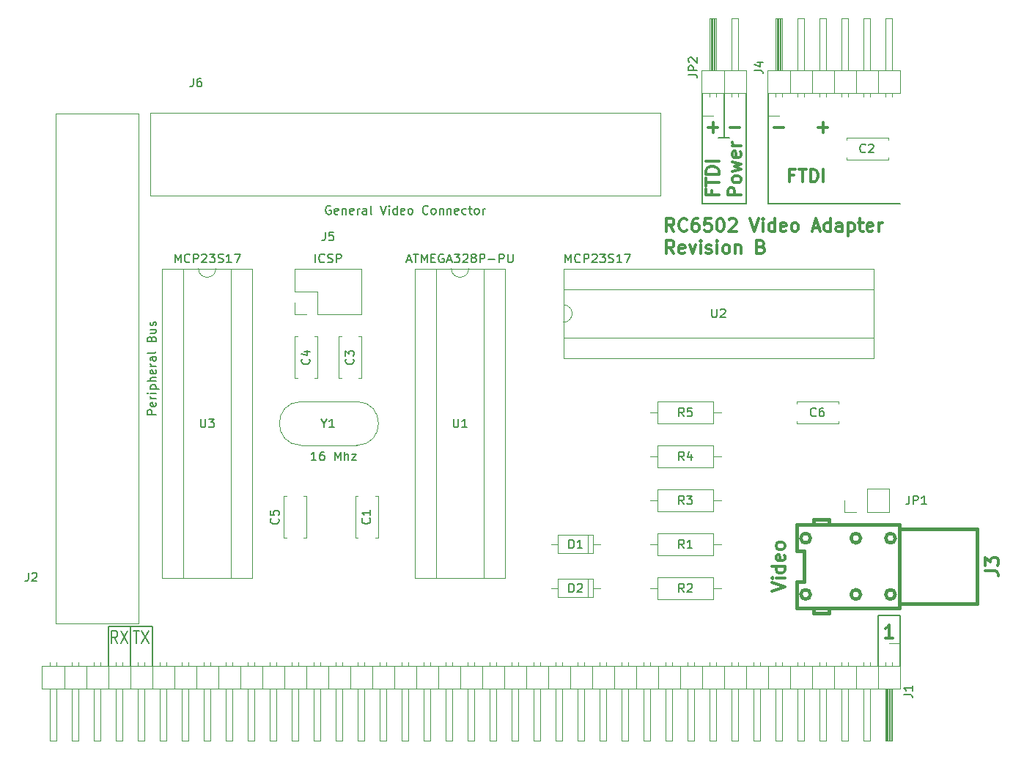
<source format=gto>
G04 #@! TF.FileFunction,Legend,Top*
%FSLAX46Y46*%
G04 Gerber Fmt 4.6, Leading zero omitted, Abs format (unit mm)*
G04 Created by KiCad (PCBNEW 4.0.6) date 06/11/17 19:20:35*
%MOMM*%
%LPD*%
G01*
G04 APERTURE LIST*
%ADD10C,0.100000*%
%ADD11C,0.300000*%
%ADD12C,0.200000*%
%ADD13C,0.120000*%
%ADD14C,0.381000*%
%ADD15C,0.150000*%
%ADD16C,0.304800*%
G04 APERTURE END LIST*
D10*
D11*
X205803572Y-85197143D02*
X206946429Y-85197143D01*
X206375000Y-85768571D02*
X206375000Y-84625714D01*
X200723572Y-85197143D02*
X201866429Y-85197143D01*
X203005715Y-90697857D02*
X202505715Y-90697857D01*
X202505715Y-91483571D02*
X202505715Y-89983571D01*
X203220001Y-89983571D01*
X203577143Y-89983571D02*
X204434286Y-89983571D01*
X204005715Y-91483571D02*
X204005715Y-89983571D01*
X204934286Y-91483571D02*
X204934286Y-89983571D01*
X205291429Y-89983571D01*
X205505714Y-90055000D01*
X205648572Y-90197857D01*
X205720000Y-90340714D01*
X205791429Y-90626429D01*
X205791429Y-90840714D01*
X205720000Y-91126429D01*
X205648572Y-91269286D01*
X205505714Y-91412143D01*
X205291429Y-91483571D01*
X204934286Y-91483571D01*
X206434286Y-91483571D02*
X206434286Y-89983571D01*
X193562857Y-92487857D02*
X193562857Y-92987857D01*
X194348571Y-92987857D02*
X192848571Y-92987857D01*
X192848571Y-92273571D01*
X192848571Y-91916429D02*
X192848571Y-91059286D01*
X194348571Y-91487857D02*
X192848571Y-91487857D01*
X194348571Y-90559286D02*
X192848571Y-90559286D01*
X192848571Y-90202143D01*
X192920000Y-89987858D01*
X193062857Y-89845000D01*
X193205714Y-89773572D01*
X193491429Y-89702143D01*
X193705714Y-89702143D01*
X193991429Y-89773572D01*
X194134286Y-89845000D01*
X194277143Y-89987858D01*
X194348571Y-90202143D01*
X194348571Y-90559286D01*
X194348571Y-89059286D02*
X192848571Y-89059286D01*
X196898571Y-92987857D02*
X195398571Y-92987857D01*
X195398571Y-92416429D01*
X195470000Y-92273571D01*
X195541429Y-92202143D01*
X195684286Y-92130714D01*
X195898571Y-92130714D01*
X196041429Y-92202143D01*
X196112857Y-92273571D01*
X196184286Y-92416429D01*
X196184286Y-92987857D01*
X196898571Y-91273571D02*
X196827143Y-91416429D01*
X196755714Y-91487857D01*
X196612857Y-91559286D01*
X196184286Y-91559286D01*
X196041429Y-91487857D01*
X195970000Y-91416429D01*
X195898571Y-91273571D01*
X195898571Y-91059286D01*
X195970000Y-90916429D01*
X196041429Y-90845000D01*
X196184286Y-90773571D01*
X196612857Y-90773571D01*
X196755714Y-90845000D01*
X196827143Y-90916429D01*
X196898571Y-91059286D01*
X196898571Y-91273571D01*
X195898571Y-90273571D02*
X196898571Y-89987857D01*
X196184286Y-89702143D01*
X196898571Y-89416428D01*
X195898571Y-89130714D01*
X196827143Y-87987857D02*
X196898571Y-88130714D01*
X196898571Y-88416428D01*
X196827143Y-88559285D01*
X196684286Y-88630714D01*
X196112857Y-88630714D01*
X195970000Y-88559285D01*
X195898571Y-88416428D01*
X195898571Y-88130714D01*
X195970000Y-87987857D01*
X196112857Y-87916428D01*
X196255714Y-87916428D01*
X196398571Y-88630714D01*
X196898571Y-87273571D02*
X195898571Y-87273571D01*
X196184286Y-87273571D02*
X196041429Y-87202143D01*
X195970000Y-87130714D01*
X195898571Y-86987857D01*
X195898571Y-86845000D01*
X195643572Y-85197143D02*
X196786429Y-85197143D01*
X193103572Y-85197143D02*
X194246429Y-85197143D01*
X193675000Y-85768571D02*
X193675000Y-84625714D01*
D12*
X194310000Y-86360000D02*
X195580000Y-86360000D01*
X200025000Y-93980000D02*
X215265000Y-93980000D01*
X200025000Y-81280000D02*
X200025000Y-93980000D01*
X194945000Y-81280000D02*
X194945000Y-86360000D01*
X197485000Y-93980000D02*
X197485000Y-81280000D01*
X192405000Y-93980000D02*
X197485000Y-93980000D01*
X192405000Y-81280000D02*
X192405000Y-93980000D01*
D11*
X189174286Y-97193571D02*
X188674286Y-96479286D01*
X188317143Y-97193571D02*
X188317143Y-95693571D01*
X188888571Y-95693571D01*
X189031429Y-95765000D01*
X189102857Y-95836429D01*
X189174286Y-95979286D01*
X189174286Y-96193571D01*
X189102857Y-96336429D01*
X189031429Y-96407857D01*
X188888571Y-96479286D01*
X188317143Y-96479286D01*
X190674286Y-97050714D02*
X190602857Y-97122143D01*
X190388571Y-97193571D01*
X190245714Y-97193571D01*
X190031429Y-97122143D01*
X189888571Y-96979286D01*
X189817143Y-96836429D01*
X189745714Y-96550714D01*
X189745714Y-96336429D01*
X189817143Y-96050714D01*
X189888571Y-95907857D01*
X190031429Y-95765000D01*
X190245714Y-95693571D01*
X190388571Y-95693571D01*
X190602857Y-95765000D01*
X190674286Y-95836429D01*
X191960000Y-95693571D02*
X191674286Y-95693571D01*
X191531429Y-95765000D01*
X191460000Y-95836429D01*
X191317143Y-96050714D01*
X191245714Y-96336429D01*
X191245714Y-96907857D01*
X191317143Y-97050714D01*
X191388571Y-97122143D01*
X191531429Y-97193571D01*
X191817143Y-97193571D01*
X191960000Y-97122143D01*
X192031429Y-97050714D01*
X192102857Y-96907857D01*
X192102857Y-96550714D01*
X192031429Y-96407857D01*
X191960000Y-96336429D01*
X191817143Y-96265000D01*
X191531429Y-96265000D01*
X191388571Y-96336429D01*
X191317143Y-96407857D01*
X191245714Y-96550714D01*
X193460000Y-95693571D02*
X192745714Y-95693571D01*
X192674285Y-96407857D01*
X192745714Y-96336429D01*
X192888571Y-96265000D01*
X193245714Y-96265000D01*
X193388571Y-96336429D01*
X193460000Y-96407857D01*
X193531428Y-96550714D01*
X193531428Y-96907857D01*
X193460000Y-97050714D01*
X193388571Y-97122143D01*
X193245714Y-97193571D01*
X192888571Y-97193571D01*
X192745714Y-97122143D01*
X192674285Y-97050714D01*
X194459999Y-95693571D02*
X194602856Y-95693571D01*
X194745713Y-95765000D01*
X194817142Y-95836429D01*
X194888571Y-95979286D01*
X194959999Y-96265000D01*
X194959999Y-96622143D01*
X194888571Y-96907857D01*
X194817142Y-97050714D01*
X194745713Y-97122143D01*
X194602856Y-97193571D01*
X194459999Y-97193571D01*
X194317142Y-97122143D01*
X194245713Y-97050714D01*
X194174285Y-96907857D01*
X194102856Y-96622143D01*
X194102856Y-96265000D01*
X194174285Y-95979286D01*
X194245713Y-95836429D01*
X194317142Y-95765000D01*
X194459999Y-95693571D01*
X195531427Y-95836429D02*
X195602856Y-95765000D01*
X195745713Y-95693571D01*
X196102856Y-95693571D01*
X196245713Y-95765000D01*
X196317142Y-95836429D01*
X196388570Y-95979286D01*
X196388570Y-96122143D01*
X196317142Y-96336429D01*
X195459999Y-97193571D01*
X196388570Y-97193571D01*
X197959998Y-95693571D02*
X198459998Y-97193571D01*
X198959998Y-95693571D01*
X199459998Y-97193571D02*
X199459998Y-96193571D01*
X199459998Y-95693571D02*
X199388569Y-95765000D01*
X199459998Y-95836429D01*
X199531426Y-95765000D01*
X199459998Y-95693571D01*
X199459998Y-95836429D01*
X200817141Y-97193571D02*
X200817141Y-95693571D01*
X200817141Y-97122143D02*
X200674284Y-97193571D01*
X200388570Y-97193571D01*
X200245712Y-97122143D01*
X200174284Y-97050714D01*
X200102855Y-96907857D01*
X200102855Y-96479286D01*
X200174284Y-96336429D01*
X200245712Y-96265000D01*
X200388570Y-96193571D01*
X200674284Y-96193571D01*
X200817141Y-96265000D01*
X202102855Y-97122143D02*
X201959998Y-97193571D01*
X201674284Y-97193571D01*
X201531427Y-97122143D01*
X201459998Y-96979286D01*
X201459998Y-96407857D01*
X201531427Y-96265000D01*
X201674284Y-96193571D01*
X201959998Y-96193571D01*
X202102855Y-96265000D01*
X202174284Y-96407857D01*
X202174284Y-96550714D01*
X201459998Y-96693571D01*
X203031427Y-97193571D02*
X202888569Y-97122143D01*
X202817141Y-97050714D01*
X202745712Y-96907857D01*
X202745712Y-96479286D01*
X202817141Y-96336429D01*
X202888569Y-96265000D01*
X203031427Y-96193571D01*
X203245712Y-96193571D01*
X203388569Y-96265000D01*
X203459998Y-96336429D01*
X203531427Y-96479286D01*
X203531427Y-96907857D01*
X203459998Y-97050714D01*
X203388569Y-97122143D01*
X203245712Y-97193571D01*
X203031427Y-97193571D01*
X205245712Y-96765000D02*
X205959998Y-96765000D01*
X205102855Y-97193571D02*
X205602855Y-95693571D01*
X206102855Y-97193571D01*
X207245712Y-97193571D02*
X207245712Y-95693571D01*
X207245712Y-97122143D02*
X207102855Y-97193571D01*
X206817141Y-97193571D01*
X206674283Y-97122143D01*
X206602855Y-97050714D01*
X206531426Y-96907857D01*
X206531426Y-96479286D01*
X206602855Y-96336429D01*
X206674283Y-96265000D01*
X206817141Y-96193571D01*
X207102855Y-96193571D01*
X207245712Y-96265000D01*
X208602855Y-97193571D02*
X208602855Y-96407857D01*
X208531426Y-96265000D01*
X208388569Y-96193571D01*
X208102855Y-96193571D01*
X207959998Y-96265000D01*
X208602855Y-97122143D02*
X208459998Y-97193571D01*
X208102855Y-97193571D01*
X207959998Y-97122143D01*
X207888569Y-96979286D01*
X207888569Y-96836429D01*
X207959998Y-96693571D01*
X208102855Y-96622143D01*
X208459998Y-96622143D01*
X208602855Y-96550714D01*
X209317141Y-96193571D02*
X209317141Y-97693571D01*
X209317141Y-96265000D02*
X209459998Y-96193571D01*
X209745712Y-96193571D01*
X209888569Y-96265000D01*
X209959998Y-96336429D01*
X210031427Y-96479286D01*
X210031427Y-96907857D01*
X209959998Y-97050714D01*
X209888569Y-97122143D01*
X209745712Y-97193571D01*
X209459998Y-97193571D01*
X209317141Y-97122143D01*
X210459998Y-96193571D02*
X211031427Y-96193571D01*
X210674284Y-95693571D02*
X210674284Y-96979286D01*
X210745712Y-97122143D01*
X210888570Y-97193571D01*
X211031427Y-97193571D01*
X212102855Y-97122143D02*
X211959998Y-97193571D01*
X211674284Y-97193571D01*
X211531427Y-97122143D01*
X211459998Y-96979286D01*
X211459998Y-96407857D01*
X211531427Y-96265000D01*
X211674284Y-96193571D01*
X211959998Y-96193571D01*
X212102855Y-96265000D01*
X212174284Y-96407857D01*
X212174284Y-96550714D01*
X211459998Y-96693571D01*
X212817141Y-97193571D02*
X212817141Y-96193571D01*
X212817141Y-96479286D02*
X212888569Y-96336429D01*
X212959998Y-96265000D01*
X213102855Y-96193571D01*
X213245712Y-96193571D01*
X189174286Y-99743571D02*
X188674286Y-99029286D01*
X188317143Y-99743571D02*
X188317143Y-98243571D01*
X188888571Y-98243571D01*
X189031429Y-98315000D01*
X189102857Y-98386429D01*
X189174286Y-98529286D01*
X189174286Y-98743571D01*
X189102857Y-98886429D01*
X189031429Y-98957857D01*
X188888571Y-99029286D01*
X188317143Y-99029286D01*
X190388571Y-99672143D02*
X190245714Y-99743571D01*
X189960000Y-99743571D01*
X189817143Y-99672143D01*
X189745714Y-99529286D01*
X189745714Y-98957857D01*
X189817143Y-98815000D01*
X189960000Y-98743571D01*
X190245714Y-98743571D01*
X190388571Y-98815000D01*
X190460000Y-98957857D01*
X190460000Y-99100714D01*
X189745714Y-99243571D01*
X190960000Y-98743571D02*
X191317143Y-99743571D01*
X191674285Y-98743571D01*
X192245714Y-99743571D02*
X192245714Y-98743571D01*
X192245714Y-98243571D02*
X192174285Y-98315000D01*
X192245714Y-98386429D01*
X192317142Y-98315000D01*
X192245714Y-98243571D01*
X192245714Y-98386429D01*
X192888571Y-99672143D02*
X193031428Y-99743571D01*
X193317143Y-99743571D01*
X193460000Y-99672143D01*
X193531428Y-99529286D01*
X193531428Y-99457857D01*
X193460000Y-99315000D01*
X193317143Y-99243571D01*
X193102857Y-99243571D01*
X192960000Y-99172143D01*
X192888571Y-99029286D01*
X192888571Y-98957857D01*
X192960000Y-98815000D01*
X193102857Y-98743571D01*
X193317143Y-98743571D01*
X193460000Y-98815000D01*
X194174286Y-99743571D02*
X194174286Y-98743571D01*
X194174286Y-98243571D02*
X194102857Y-98315000D01*
X194174286Y-98386429D01*
X194245714Y-98315000D01*
X194174286Y-98243571D01*
X194174286Y-98386429D01*
X195102858Y-99743571D02*
X194960000Y-99672143D01*
X194888572Y-99600714D01*
X194817143Y-99457857D01*
X194817143Y-99029286D01*
X194888572Y-98886429D01*
X194960000Y-98815000D01*
X195102858Y-98743571D01*
X195317143Y-98743571D01*
X195460000Y-98815000D01*
X195531429Y-98886429D01*
X195602858Y-99029286D01*
X195602858Y-99457857D01*
X195531429Y-99600714D01*
X195460000Y-99672143D01*
X195317143Y-99743571D01*
X195102858Y-99743571D01*
X196245715Y-98743571D02*
X196245715Y-99743571D01*
X196245715Y-98886429D02*
X196317143Y-98815000D01*
X196460001Y-98743571D01*
X196674286Y-98743571D01*
X196817143Y-98815000D01*
X196888572Y-98957857D01*
X196888572Y-99743571D01*
X199245715Y-98957857D02*
X199460001Y-99029286D01*
X199531429Y-99100714D01*
X199602858Y-99243571D01*
X199602858Y-99457857D01*
X199531429Y-99600714D01*
X199460001Y-99672143D01*
X199317143Y-99743571D01*
X198745715Y-99743571D01*
X198745715Y-98243571D01*
X199245715Y-98243571D01*
X199388572Y-98315000D01*
X199460001Y-98386429D01*
X199531429Y-98529286D01*
X199531429Y-98672143D01*
X199460001Y-98815000D01*
X199388572Y-98886429D01*
X199245715Y-98957857D01*
X198745715Y-98957857D01*
D12*
X124895001Y-144823571D02*
X124495001Y-144109286D01*
X124209286Y-144823571D02*
X124209286Y-143323571D01*
X124666429Y-143323571D01*
X124780715Y-143395000D01*
X124837858Y-143466429D01*
X124895001Y-143609286D01*
X124895001Y-143823571D01*
X124837858Y-143966429D01*
X124780715Y-144037857D01*
X124666429Y-144109286D01*
X124209286Y-144109286D01*
X125295001Y-143323571D02*
X126095001Y-144823571D01*
X126095001Y-143323571D02*
X125295001Y-144823571D01*
X123825000Y-142875000D02*
X126365000Y-142875000D01*
X123825000Y-147320000D02*
X123825000Y-142875000D01*
X126720715Y-143323571D02*
X127406429Y-143323571D01*
X127063572Y-144823571D02*
X127063572Y-143323571D01*
X127692144Y-143323571D02*
X128492144Y-144823571D01*
X128492144Y-143323571D02*
X127692144Y-144823571D01*
X128905000Y-142875000D02*
X128905000Y-147320000D01*
X126365000Y-142875000D02*
X128905000Y-142875000D01*
X126365000Y-147320000D02*
X126365000Y-142875000D01*
D11*
X214423572Y-144188571D02*
X213566429Y-144188571D01*
X213995001Y-144188571D02*
X213995001Y-142688571D01*
X213852144Y-142902857D01*
X213709286Y-143045714D01*
X213566429Y-143117143D01*
D12*
X215265000Y-141605000D02*
X215265000Y-147320000D01*
X212725000Y-141605000D02*
X215265000Y-141605000D01*
X212725000Y-147320000D02*
X212725000Y-141605000D01*
D13*
X163465000Y-101480000D02*
X161695000Y-101480000D01*
X161695000Y-101480000D02*
X161695000Y-137280000D01*
X161695000Y-137280000D02*
X167235000Y-137280000D01*
X167235000Y-137280000D02*
X167235000Y-101480000D01*
X167235000Y-101480000D02*
X165465000Y-101480000D01*
X159265000Y-101480000D02*
X159265000Y-137280000D01*
X159265000Y-137280000D02*
X169665000Y-137280000D01*
X169665000Y-137280000D02*
X169665000Y-101480000D01*
X169665000Y-101480000D02*
X159265000Y-101480000D01*
X165465000Y-101480000D02*
G75*
G02X163465000Y-101480000I-1000000J0D01*
G01*
X152360000Y-132625000D02*
X152360000Y-127805000D01*
X154980000Y-132625000D02*
X154980000Y-127805000D01*
X152360000Y-132625000D02*
X152674000Y-132625000D01*
X154666000Y-132625000D02*
X154980000Y-132625000D01*
X152360000Y-127805000D02*
X152674000Y-127805000D01*
X154666000Y-127805000D02*
X154980000Y-127805000D01*
X213905000Y-88940000D02*
X209085000Y-88940000D01*
X213905000Y-86320000D02*
X209085000Y-86320000D01*
X213905000Y-88940000D02*
X213905000Y-88626000D01*
X213905000Y-86634000D02*
X213905000Y-86320000D01*
X209085000Y-88940000D02*
X209085000Y-88626000D01*
X209085000Y-86634000D02*
X209085000Y-86320000D01*
X153075000Y-109310000D02*
X153075000Y-114130000D01*
X150455000Y-109310000D02*
X150455000Y-114130000D01*
X153075000Y-109310000D02*
X152761000Y-109310000D01*
X150769000Y-109310000D02*
X150455000Y-109310000D01*
X153075000Y-114130000D02*
X152761000Y-114130000D01*
X150769000Y-114130000D02*
X150455000Y-114130000D01*
X147995000Y-109310000D02*
X147995000Y-114130000D01*
X145375000Y-109310000D02*
X145375000Y-114130000D01*
X147995000Y-109310000D02*
X147681000Y-109310000D01*
X145689000Y-109310000D02*
X145375000Y-109310000D01*
X147995000Y-114130000D02*
X147681000Y-114130000D01*
X145689000Y-114130000D02*
X145375000Y-114130000D01*
X179860000Y-134410000D02*
X179860000Y-132290000D01*
X179860000Y-132290000D02*
X175740000Y-132290000D01*
X175740000Y-132290000D02*
X175740000Y-134410000D01*
X175740000Y-134410000D02*
X179860000Y-134410000D01*
X180630000Y-133350000D02*
X179860000Y-133350000D01*
X174970000Y-133350000D02*
X175740000Y-133350000D01*
X179200000Y-134410000D02*
X179200000Y-132290000D01*
X179860000Y-139490000D02*
X179860000Y-137370000D01*
X179860000Y-137370000D02*
X175740000Y-137370000D01*
X175740000Y-137370000D02*
X175740000Y-139490000D01*
X175740000Y-139490000D02*
X179860000Y-139490000D01*
X180630000Y-138430000D02*
X179860000Y-138430000D01*
X174970000Y-138430000D02*
X175740000Y-138430000D01*
X179200000Y-139490000D02*
X179200000Y-137370000D01*
X215325000Y-147390000D02*
X212725000Y-147390000D01*
X212725000Y-147390000D02*
X212725000Y-150010000D01*
X212725000Y-150010000D02*
X215325000Y-150010000D01*
X215325000Y-150010000D02*
X215325000Y-147390000D01*
X214375000Y-150010000D02*
X213615000Y-150010000D01*
X213615000Y-150010000D02*
X213615000Y-156010000D01*
X213615000Y-156010000D02*
X214375000Y-156010000D01*
X214375000Y-156010000D02*
X214375000Y-150010000D01*
X214375000Y-146960000D02*
X214375000Y-147390000D01*
X213615000Y-146960000D02*
X213615000Y-147390000D01*
X214255000Y-150010000D02*
X214255000Y-156010000D01*
X214135000Y-150010000D02*
X214135000Y-156010000D01*
X214015000Y-150010000D02*
X214015000Y-156010000D01*
X213895000Y-150010000D02*
X213895000Y-156010000D01*
X213775000Y-150010000D02*
X213775000Y-156010000D01*
X213655000Y-150010000D02*
X213655000Y-156010000D01*
X212725000Y-147390000D02*
X210185000Y-147390000D01*
X210185000Y-147390000D02*
X210185000Y-150010000D01*
X210185000Y-150010000D02*
X212725000Y-150010000D01*
X212725000Y-150010000D02*
X212725000Y-147390000D01*
X211835000Y-150010000D02*
X211075000Y-150010000D01*
X211075000Y-150010000D02*
X211075000Y-156010000D01*
X211075000Y-156010000D02*
X211835000Y-156010000D01*
X211835000Y-156010000D02*
X211835000Y-150010000D01*
X211835000Y-146960000D02*
X211835000Y-147390000D01*
X211075000Y-146960000D02*
X211075000Y-147390000D01*
X210185000Y-147390000D02*
X207645000Y-147390000D01*
X207645000Y-147390000D02*
X207645000Y-150010000D01*
X207645000Y-150010000D02*
X210185000Y-150010000D01*
X210185000Y-150010000D02*
X210185000Y-147390000D01*
X209295000Y-150010000D02*
X208535000Y-150010000D01*
X208535000Y-150010000D02*
X208535000Y-156010000D01*
X208535000Y-156010000D02*
X209295000Y-156010000D01*
X209295000Y-156010000D02*
X209295000Y-150010000D01*
X209295000Y-146960000D02*
X209295000Y-147390000D01*
X208535000Y-146960000D02*
X208535000Y-147390000D01*
X207645000Y-147390000D02*
X205105000Y-147390000D01*
X205105000Y-147390000D02*
X205105000Y-150010000D01*
X205105000Y-150010000D02*
X207645000Y-150010000D01*
X207645000Y-150010000D02*
X207645000Y-147390000D01*
X206755000Y-150010000D02*
X205995000Y-150010000D01*
X205995000Y-150010000D02*
X205995000Y-156010000D01*
X205995000Y-156010000D02*
X206755000Y-156010000D01*
X206755000Y-156010000D02*
X206755000Y-150010000D01*
X206755000Y-146960000D02*
X206755000Y-147390000D01*
X205995000Y-146960000D02*
X205995000Y-147390000D01*
X205105000Y-147390000D02*
X202565000Y-147390000D01*
X202565000Y-147390000D02*
X202565000Y-150010000D01*
X202565000Y-150010000D02*
X205105000Y-150010000D01*
X205105000Y-150010000D02*
X205105000Y-147390000D01*
X204215000Y-150010000D02*
X203455000Y-150010000D01*
X203455000Y-150010000D02*
X203455000Y-156010000D01*
X203455000Y-156010000D02*
X204215000Y-156010000D01*
X204215000Y-156010000D02*
X204215000Y-150010000D01*
X204215000Y-146960000D02*
X204215000Y-147390000D01*
X203455000Y-146960000D02*
X203455000Y-147390000D01*
X202565000Y-147390000D02*
X200025000Y-147390000D01*
X200025000Y-147390000D02*
X200025000Y-150010000D01*
X200025000Y-150010000D02*
X202565000Y-150010000D01*
X202565000Y-150010000D02*
X202565000Y-147390000D01*
X201675000Y-150010000D02*
X200915000Y-150010000D01*
X200915000Y-150010000D02*
X200915000Y-156010000D01*
X200915000Y-156010000D02*
X201675000Y-156010000D01*
X201675000Y-156010000D02*
X201675000Y-150010000D01*
X201675000Y-146960000D02*
X201675000Y-147390000D01*
X200915000Y-146960000D02*
X200915000Y-147390000D01*
X200025000Y-147390000D02*
X197485000Y-147390000D01*
X197485000Y-147390000D02*
X197485000Y-150010000D01*
X197485000Y-150010000D02*
X200025000Y-150010000D01*
X200025000Y-150010000D02*
X200025000Y-147390000D01*
X199135000Y-150010000D02*
X198375000Y-150010000D01*
X198375000Y-150010000D02*
X198375000Y-156010000D01*
X198375000Y-156010000D02*
X199135000Y-156010000D01*
X199135000Y-156010000D02*
X199135000Y-150010000D01*
X199135000Y-146960000D02*
X199135000Y-147390000D01*
X198375000Y-146960000D02*
X198375000Y-147390000D01*
X197485000Y-147390000D02*
X194945000Y-147390000D01*
X194945000Y-147390000D02*
X194945000Y-150010000D01*
X194945000Y-150010000D02*
X197485000Y-150010000D01*
X197485000Y-150010000D02*
X197485000Y-147390000D01*
X196595000Y-150010000D02*
X195835000Y-150010000D01*
X195835000Y-150010000D02*
X195835000Y-156010000D01*
X195835000Y-156010000D02*
X196595000Y-156010000D01*
X196595000Y-156010000D02*
X196595000Y-150010000D01*
X196595000Y-146960000D02*
X196595000Y-147390000D01*
X195835000Y-146960000D02*
X195835000Y-147390000D01*
X194945000Y-147390000D02*
X192405000Y-147390000D01*
X192405000Y-147390000D02*
X192405000Y-150010000D01*
X192405000Y-150010000D02*
X194945000Y-150010000D01*
X194945000Y-150010000D02*
X194945000Y-147390000D01*
X194055000Y-150010000D02*
X193295000Y-150010000D01*
X193295000Y-150010000D02*
X193295000Y-156010000D01*
X193295000Y-156010000D02*
X194055000Y-156010000D01*
X194055000Y-156010000D02*
X194055000Y-150010000D01*
X194055000Y-146960000D02*
X194055000Y-147390000D01*
X193295000Y-146960000D02*
X193295000Y-147390000D01*
X192405000Y-147390000D02*
X189865000Y-147390000D01*
X189865000Y-147390000D02*
X189865000Y-150010000D01*
X189865000Y-150010000D02*
X192405000Y-150010000D01*
X192405000Y-150010000D02*
X192405000Y-147390000D01*
X191515000Y-150010000D02*
X190755000Y-150010000D01*
X190755000Y-150010000D02*
X190755000Y-156010000D01*
X190755000Y-156010000D02*
X191515000Y-156010000D01*
X191515000Y-156010000D02*
X191515000Y-150010000D01*
X191515000Y-146960000D02*
X191515000Y-147390000D01*
X190755000Y-146960000D02*
X190755000Y-147390000D01*
X189865000Y-147390000D02*
X187325000Y-147390000D01*
X187325000Y-147390000D02*
X187325000Y-150010000D01*
X187325000Y-150010000D02*
X189865000Y-150010000D01*
X189865000Y-150010000D02*
X189865000Y-147390000D01*
X188975000Y-150010000D02*
X188215000Y-150010000D01*
X188215000Y-150010000D02*
X188215000Y-156010000D01*
X188215000Y-156010000D02*
X188975000Y-156010000D01*
X188975000Y-156010000D02*
X188975000Y-150010000D01*
X188975000Y-146960000D02*
X188975000Y-147390000D01*
X188215000Y-146960000D02*
X188215000Y-147390000D01*
X187325000Y-147390000D02*
X184785000Y-147390000D01*
X184785000Y-147390000D02*
X184785000Y-150010000D01*
X184785000Y-150010000D02*
X187325000Y-150010000D01*
X187325000Y-150010000D02*
X187325000Y-147390000D01*
X186435000Y-150010000D02*
X185675000Y-150010000D01*
X185675000Y-150010000D02*
X185675000Y-156010000D01*
X185675000Y-156010000D02*
X186435000Y-156010000D01*
X186435000Y-156010000D02*
X186435000Y-150010000D01*
X186435000Y-146960000D02*
X186435000Y-147390000D01*
X185675000Y-146960000D02*
X185675000Y-147390000D01*
X184785000Y-147390000D02*
X182245000Y-147390000D01*
X182245000Y-147390000D02*
X182245000Y-150010000D01*
X182245000Y-150010000D02*
X184785000Y-150010000D01*
X184785000Y-150010000D02*
X184785000Y-147390000D01*
X183895000Y-150010000D02*
X183135000Y-150010000D01*
X183135000Y-150010000D02*
X183135000Y-156010000D01*
X183135000Y-156010000D02*
X183895000Y-156010000D01*
X183895000Y-156010000D02*
X183895000Y-150010000D01*
X183895000Y-146960000D02*
X183895000Y-147390000D01*
X183135000Y-146960000D02*
X183135000Y-147390000D01*
X182245000Y-147390000D02*
X179705000Y-147390000D01*
X179705000Y-147390000D02*
X179705000Y-150010000D01*
X179705000Y-150010000D02*
X182245000Y-150010000D01*
X182245000Y-150010000D02*
X182245000Y-147390000D01*
X181355000Y-150010000D02*
X180595000Y-150010000D01*
X180595000Y-150010000D02*
X180595000Y-156010000D01*
X180595000Y-156010000D02*
X181355000Y-156010000D01*
X181355000Y-156010000D02*
X181355000Y-150010000D01*
X181355000Y-146960000D02*
X181355000Y-147390000D01*
X180595000Y-146960000D02*
X180595000Y-147390000D01*
X179705000Y-147390000D02*
X177165000Y-147390000D01*
X177165000Y-147390000D02*
X177165000Y-150010000D01*
X177165000Y-150010000D02*
X179705000Y-150010000D01*
X179705000Y-150010000D02*
X179705000Y-147390000D01*
X178815000Y-150010000D02*
X178055000Y-150010000D01*
X178055000Y-150010000D02*
X178055000Y-156010000D01*
X178055000Y-156010000D02*
X178815000Y-156010000D01*
X178815000Y-156010000D02*
X178815000Y-150010000D01*
X178815000Y-146960000D02*
X178815000Y-147390000D01*
X178055000Y-146960000D02*
X178055000Y-147390000D01*
X177165000Y-147390000D02*
X174625000Y-147390000D01*
X174625000Y-147390000D02*
X174625000Y-150010000D01*
X174625000Y-150010000D02*
X177165000Y-150010000D01*
X177165000Y-150010000D02*
X177165000Y-147390000D01*
X176275000Y-150010000D02*
X175515000Y-150010000D01*
X175515000Y-150010000D02*
X175515000Y-156010000D01*
X175515000Y-156010000D02*
X176275000Y-156010000D01*
X176275000Y-156010000D02*
X176275000Y-150010000D01*
X176275000Y-146960000D02*
X176275000Y-147390000D01*
X175515000Y-146960000D02*
X175515000Y-147390000D01*
X174625000Y-147390000D02*
X172085000Y-147390000D01*
X172085000Y-147390000D02*
X172085000Y-150010000D01*
X172085000Y-150010000D02*
X174625000Y-150010000D01*
X174625000Y-150010000D02*
X174625000Y-147390000D01*
X173735000Y-150010000D02*
X172975000Y-150010000D01*
X172975000Y-150010000D02*
X172975000Y-156010000D01*
X172975000Y-156010000D02*
X173735000Y-156010000D01*
X173735000Y-156010000D02*
X173735000Y-150010000D01*
X173735000Y-146960000D02*
X173735000Y-147390000D01*
X172975000Y-146960000D02*
X172975000Y-147390000D01*
X172085000Y-147390000D02*
X169545000Y-147390000D01*
X169545000Y-147390000D02*
X169545000Y-150010000D01*
X169545000Y-150010000D02*
X172085000Y-150010000D01*
X172085000Y-150010000D02*
X172085000Y-147390000D01*
X171195000Y-150010000D02*
X170435000Y-150010000D01*
X170435000Y-150010000D02*
X170435000Y-156010000D01*
X170435000Y-156010000D02*
X171195000Y-156010000D01*
X171195000Y-156010000D02*
X171195000Y-150010000D01*
X171195000Y-146960000D02*
X171195000Y-147390000D01*
X170435000Y-146960000D02*
X170435000Y-147390000D01*
X169545000Y-147390000D02*
X167005000Y-147390000D01*
X167005000Y-147390000D02*
X167005000Y-150010000D01*
X167005000Y-150010000D02*
X169545000Y-150010000D01*
X169545000Y-150010000D02*
X169545000Y-147390000D01*
X168655000Y-150010000D02*
X167895000Y-150010000D01*
X167895000Y-150010000D02*
X167895000Y-156010000D01*
X167895000Y-156010000D02*
X168655000Y-156010000D01*
X168655000Y-156010000D02*
X168655000Y-150010000D01*
X168655000Y-146960000D02*
X168655000Y-147390000D01*
X167895000Y-146960000D02*
X167895000Y-147390000D01*
X167005000Y-147390000D02*
X164465000Y-147390000D01*
X164465000Y-147390000D02*
X164465000Y-150010000D01*
X164465000Y-150010000D02*
X167005000Y-150010000D01*
X167005000Y-150010000D02*
X167005000Y-147390000D01*
X166115000Y-150010000D02*
X165355000Y-150010000D01*
X165355000Y-150010000D02*
X165355000Y-156010000D01*
X165355000Y-156010000D02*
X166115000Y-156010000D01*
X166115000Y-156010000D02*
X166115000Y-150010000D01*
X166115000Y-146960000D02*
X166115000Y-147390000D01*
X165355000Y-146960000D02*
X165355000Y-147390000D01*
X164465000Y-147390000D02*
X161925000Y-147390000D01*
X161925000Y-147390000D02*
X161925000Y-150010000D01*
X161925000Y-150010000D02*
X164465000Y-150010000D01*
X164465000Y-150010000D02*
X164465000Y-147390000D01*
X163575000Y-150010000D02*
X162815000Y-150010000D01*
X162815000Y-150010000D02*
X162815000Y-156010000D01*
X162815000Y-156010000D02*
X163575000Y-156010000D01*
X163575000Y-156010000D02*
X163575000Y-150010000D01*
X163575000Y-146960000D02*
X163575000Y-147390000D01*
X162815000Y-146960000D02*
X162815000Y-147390000D01*
X161925000Y-147390000D02*
X159385000Y-147390000D01*
X159385000Y-147390000D02*
X159385000Y-150010000D01*
X159385000Y-150010000D02*
X161925000Y-150010000D01*
X161925000Y-150010000D02*
X161925000Y-147390000D01*
X161035000Y-150010000D02*
X160275000Y-150010000D01*
X160275000Y-150010000D02*
X160275000Y-156010000D01*
X160275000Y-156010000D02*
X161035000Y-156010000D01*
X161035000Y-156010000D02*
X161035000Y-150010000D01*
X161035000Y-146960000D02*
X161035000Y-147390000D01*
X160275000Y-146960000D02*
X160275000Y-147390000D01*
X159385000Y-147390000D02*
X156845000Y-147390000D01*
X156845000Y-147390000D02*
X156845000Y-150010000D01*
X156845000Y-150010000D02*
X159385000Y-150010000D01*
X159385000Y-150010000D02*
X159385000Y-147390000D01*
X158495000Y-150010000D02*
X157735000Y-150010000D01*
X157735000Y-150010000D02*
X157735000Y-156010000D01*
X157735000Y-156010000D02*
X158495000Y-156010000D01*
X158495000Y-156010000D02*
X158495000Y-150010000D01*
X158495000Y-146960000D02*
X158495000Y-147390000D01*
X157735000Y-146960000D02*
X157735000Y-147390000D01*
X156845000Y-147390000D02*
X154305000Y-147390000D01*
X154305000Y-147390000D02*
X154305000Y-150010000D01*
X154305000Y-150010000D02*
X156845000Y-150010000D01*
X156845000Y-150010000D02*
X156845000Y-147390000D01*
X155955000Y-150010000D02*
X155195000Y-150010000D01*
X155195000Y-150010000D02*
X155195000Y-156010000D01*
X155195000Y-156010000D02*
X155955000Y-156010000D01*
X155955000Y-156010000D02*
X155955000Y-150010000D01*
X155955000Y-146960000D02*
X155955000Y-147390000D01*
X155195000Y-146960000D02*
X155195000Y-147390000D01*
X154305000Y-147390000D02*
X151765000Y-147390000D01*
X151765000Y-147390000D02*
X151765000Y-150010000D01*
X151765000Y-150010000D02*
X154305000Y-150010000D01*
X154305000Y-150010000D02*
X154305000Y-147390000D01*
X153415000Y-150010000D02*
X152655000Y-150010000D01*
X152655000Y-150010000D02*
X152655000Y-156010000D01*
X152655000Y-156010000D02*
X153415000Y-156010000D01*
X153415000Y-156010000D02*
X153415000Y-150010000D01*
X153415000Y-146960000D02*
X153415000Y-147390000D01*
X152655000Y-146960000D02*
X152655000Y-147390000D01*
X151765000Y-147390000D02*
X149225000Y-147390000D01*
X149225000Y-147390000D02*
X149225000Y-150010000D01*
X149225000Y-150010000D02*
X151765000Y-150010000D01*
X151765000Y-150010000D02*
X151765000Y-147390000D01*
X150875000Y-150010000D02*
X150115000Y-150010000D01*
X150115000Y-150010000D02*
X150115000Y-156010000D01*
X150115000Y-156010000D02*
X150875000Y-156010000D01*
X150875000Y-156010000D02*
X150875000Y-150010000D01*
X150875000Y-146960000D02*
X150875000Y-147390000D01*
X150115000Y-146960000D02*
X150115000Y-147390000D01*
X149225000Y-147390000D02*
X146685000Y-147390000D01*
X146685000Y-147390000D02*
X146685000Y-150010000D01*
X146685000Y-150010000D02*
X149225000Y-150010000D01*
X149225000Y-150010000D02*
X149225000Y-147390000D01*
X148335000Y-150010000D02*
X147575000Y-150010000D01*
X147575000Y-150010000D02*
X147575000Y-156010000D01*
X147575000Y-156010000D02*
X148335000Y-156010000D01*
X148335000Y-156010000D02*
X148335000Y-150010000D01*
X148335000Y-146960000D02*
X148335000Y-147390000D01*
X147575000Y-146960000D02*
X147575000Y-147390000D01*
X146685000Y-147390000D02*
X144145000Y-147390000D01*
X144145000Y-147390000D02*
X144145000Y-150010000D01*
X144145000Y-150010000D02*
X146685000Y-150010000D01*
X146685000Y-150010000D02*
X146685000Y-147390000D01*
X145795000Y-150010000D02*
X145035000Y-150010000D01*
X145035000Y-150010000D02*
X145035000Y-156010000D01*
X145035000Y-156010000D02*
X145795000Y-156010000D01*
X145795000Y-156010000D02*
X145795000Y-150010000D01*
X145795000Y-146960000D02*
X145795000Y-147390000D01*
X145035000Y-146960000D02*
X145035000Y-147390000D01*
X144145000Y-147390000D02*
X141605000Y-147390000D01*
X141605000Y-147390000D02*
X141605000Y-150010000D01*
X141605000Y-150010000D02*
X144145000Y-150010000D01*
X144145000Y-150010000D02*
X144145000Y-147390000D01*
X143255000Y-150010000D02*
X142495000Y-150010000D01*
X142495000Y-150010000D02*
X142495000Y-156010000D01*
X142495000Y-156010000D02*
X143255000Y-156010000D01*
X143255000Y-156010000D02*
X143255000Y-150010000D01*
X143255000Y-146960000D02*
X143255000Y-147390000D01*
X142495000Y-146960000D02*
X142495000Y-147390000D01*
X141605000Y-147390000D02*
X139065000Y-147390000D01*
X139065000Y-147390000D02*
X139065000Y-150010000D01*
X139065000Y-150010000D02*
X141605000Y-150010000D01*
X141605000Y-150010000D02*
X141605000Y-147390000D01*
X140715000Y-150010000D02*
X139955000Y-150010000D01*
X139955000Y-150010000D02*
X139955000Y-156010000D01*
X139955000Y-156010000D02*
X140715000Y-156010000D01*
X140715000Y-156010000D02*
X140715000Y-150010000D01*
X140715000Y-146960000D02*
X140715000Y-147390000D01*
X139955000Y-146960000D02*
X139955000Y-147390000D01*
X139065000Y-147390000D02*
X136525000Y-147390000D01*
X136525000Y-147390000D02*
X136525000Y-150010000D01*
X136525000Y-150010000D02*
X139065000Y-150010000D01*
X139065000Y-150010000D02*
X139065000Y-147390000D01*
X138175000Y-150010000D02*
X137415000Y-150010000D01*
X137415000Y-150010000D02*
X137415000Y-156010000D01*
X137415000Y-156010000D02*
X138175000Y-156010000D01*
X138175000Y-156010000D02*
X138175000Y-150010000D01*
X138175000Y-146960000D02*
X138175000Y-147390000D01*
X137415000Y-146960000D02*
X137415000Y-147390000D01*
X136525000Y-147390000D02*
X133985000Y-147390000D01*
X133985000Y-147390000D02*
X133985000Y-150010000D01*
X133985000Y-150010000D02*
X136525000Y-150010000D01*
X136525000Y-150010000D02*
X136525000Y-147390000D01*
X135635000Y-150010000D02*
X134875000Y-150010000D01*
X134875000Y-150010000D02*
X134875000Y-156010000D01*
X134875000Y-156010000D02*
X135635000Y-156010000D01*
X135635000Y-156010000D02*
X135635000Y-150010000D01*
X135635000Y-146960000D02*
X135635000Y-147390000D01*
X134875000Y-146960000D02*
X134875000Y-147390000D01*
X133985000Y-147390000D02*
X131445000Y-147390000D01*
X131445000Y-147390000D02*
X131445000Y-150010000D01*
X131445000Y-150010000D02*
X133985000Y-150010000D01*
X133985000Y-150010000D02*
X133985000Y-147390000D01*
X133095000Y-150010000D02*
X132335000Y-150010000D01*
X132335000Y-150010000D02*
X132335000Y-156010000D01*
X132335000Y-156010000D02*
X133095000Y-156010000D01*
X133095000Y-156010000D02*
X133095000Y-150010000D01*
X133095000Y-146960000D02*
X133095000Y-147390000D01*
X132335000Y-146960000D02*
X132335000Y-147390000D01*
X131445000Y-147390000D02*
X128905000Y-147390000D01*
X128905000Y-147390000D02*
X128905000Y-150010000D01*
X128905000Y-150010000D02*
X131445000Y-150010000D01*
X131445000Y-150010000D02*
X131445000Y-147390000D01*
X130555000Y-150010000D02*
X129795000Y-150010000D01*
X129795000Y-150010000D02*
X129795000Y-156010000D01*
X129795000Y-156010000D02*
X130555000Y-156010000D01*
X130555000Y-156010000D02*
X130555000Y-150010000D01*
X130555000Y-146960000D02*
X130555000Y-147390000D01*
X129795000Y-146960000D02*
X129795000Y-147390000D01*
X128905000Y-147390000D02*
X126365000Y-147390000D01*
X126365000Y-147390000D02*
X126365000Y-150010000D01*
X126365000Y-150010000D02*
X128905000Y-150010000D01*
X128905000Y-150010000D02*
X128905000Y-147390000D01*
X128015000Y-150010000D02*
X127255000Y-150010000D01*
X127255000Y-150010000D02*
X127255000Y-156010000D01*
X127255000Y-156010000D02*
X128015000Y-156010000D01*
X128015000Y-156010000D02*
X128015000Y-150010000D01*
X128015000Y-146960000D02*
X128015000Y-147390000D01*
X127255000Y-146960000D02*
X127255000Y-147390000D01*
X126365000Y-147390000D02*
X123825000Y-147390000D01*
X123825000Y-147390000D02*
X123825000Y-150010000D01*
X123825000Y-150010000D02*
X126365000Y-150010000D01*
X126365000Y-150010000D02*
X126365000Y-147390000D01*
X125475000Y-150010000D02*
X124715000Y-150010000D01*
X124715000Y-150010000D02*
X124715000Y-156010000D01*
X124715000Y-156010000D02*
X125475000Y-156010000D01*
X125475000Y-156010000D02*
X125475000Y-150010000D01*
X125475000Y-146960000D02*
X125475000Y-147390000D01*
X124715000Y-146960000D02*
X124715000Y-147390000D01*
X123825000Y-147390000D02*
X121285000Y-147390000D01*
X121285000Y-147390000D02*
X121285000Y-150010000D01*
X121285000Y-150010000D02*
X123825000Y-150010000D01*
X123825000Y-150010000D02*
X123825000Y-147390000D01*
X122935000Y-150010000D02*
X122175000Y-150010000D01*
X122175000Y-150010000D02*
X122175000Y-156010000D01*
X122175000Y-156010000D02*
X122935000Y-156010000D01*
X122935000Y-156010000D02*
X122935000Y-150010000D01*
X122935000Y-146960000D02*
X122935000Y-147390000D01*
X122175000Y-146960000D02*
X122175000Y-147390000D01*
X121285000Y-147390000D02*
X118745000Y-147390000D01*
X118745000Y-147390000D02*
X118745000Y-150010000D01*
X118745000Y-150010000D02*
X121285000Y-150010000D01*
X121285000Y-150010000D02*
X121285000Y-147390000D01*
X120395000Y-150010000D02*
X119635000Y-150010000D01*
X119635000Y-150010000D02*
X119635000Y-156010000D01*
X119635000Y-156010000D02*
X120395000Y-156010000D01*
X120395000Y-156010000D02*
X120395000Y-150010000D01*
X120395000Y-146960000D02*
X120395000Y-147390000D01*
X119635000Y-146960000D02*
X119635000Y-147390000D01*
X118745000Y-147390000D02*
X116145000Y-147390000D01*
X116145000Y-147390000D02*
X116145000Y-150010000D01*
X116145000Y-150010000D02*
X118745000Y-150010000D01*
X118745000Y-150010000D02*
X118745000Y-147390000D01*
X117855000Y-150010000D02*
X117095000Y-150010000D01*
X117095000Y-150010000D02*
X117095000Y-156010000D01*
X117095000Y-156010000D02*
X117855000Y-156010000D01*
X117855000Y-156010000D02*
X117855000Y-150010000D01*
X117855000Y-146960000D02*
X117855000Y-147390000D01*
X117095000Y-146960000D02*
X117095000Y-147390000D01*
X213995000Y-144780000D02*
X215265000Y-144780000D01*
X215265000Y-144780000D02*
X215265000Y-146050000D01*
X117755000Y-142490000D02*
X117755000Y-83570000D01*
X117755000Y-83570000D02*
X127355000Y-83570000D01*
X127355000Y-83570000D02*
X127355000Y-142490000D01*
X127355000Y-142490000D02*
X117755000Y-142490000D01*
D14*
X204934820Y-139141200D02*
G75*
G03X204934820Y-139141200I-548640J0D01*
G01*
X204939696Y-132638800D02*
G75*
G03X204939696Y-132638800I-553516J0D01*
G01*
X214738789Y-132638800D02*
G75*
G03X214738789Y-132638800I-553289J0D01*
G01*
X214736487Y-139141200D02*
G75*
G03X214736487Y-139141200I-550987J0D01*
G01*
X210733640Y-139141200D02*
G75*
G03X210733640Y-139141200I-548640J0D01*
G01*
X210738516Y-132638800D02*
G75*
G03X210738516Y-132638800I-553516J0D01*
G01*
X215186260Y-140190220D02*
X224185480Y-140190220D01*
X224185480Y-140190220D02*
X224185480Y-131589780D01*
X224185480Y-131589780D02*
X215186260Y-131589780D01*
X205285340Y-131089400D02*
X205285340Y-130489960D01*
X205285340Y-130489960D02*
X207086200Y-130489960D01*
X207086200Y-130489960D02*
X207086200Y-131089400D01*
X205285340Y-141290040D02*
X205285340Y-140690600D01*
X207086200Y-140690600D02*
X207086200Y-141290040D01*
X207086200Y-141290040D02*
X205285340Y-141290040D01*
X203385420Y-140690600D02*
X203385420Y-137690860D01*
X203385420Y-137690860D02*
X204185520Y-137690860D01*
X204185520Y-137690860D02*
X204185520Y-134089140D01*
X204185520Y-134089140D02*
X203385420Y-134089140D01*
X203385420Y-134089140D02*
X203385420Y-131089400D01*
X215186260Y-131089400D02*
X215186260Y-140690600D01*
X215183720Y-140690600D02*
X203382880Y-140690600D01*
X203385420Y-131089400D02*
X215186260Y-131089400D01*
D13*
X199965000Y-81210000D02*
X202565000Y-81210000D01*
X202565000Y-81210000D02*
X202565000Y-78590000D01*
X202565000Y-78590000D02*
X199965000Y-78590000D01*
X199965000Y-78590000D02*
X199965000Y-81210000D01*
X200915000Y-78590000D02*
X201675000Y-78590000D01*
X201675000Y-78590000D02*
X201675000Y-72590000D01*
X201675000Y-72590000D02*
X200915000Y-72590000D01*
X200915000Y-72590000D02*
X200915000Y-78590000D01*
X200915000Y-81640000D02*
X200915000Y-81210000D01*
X201675000Y-81640000D02*
X201675000Y-81210000D01*
X201035000Y-78590000D02*
X201035000Y-72590000D01*
X201155000Y-78590000D02*
X201155000Y-72590000D01*
X201275000Y-78590000D02*
X201275000Y-72590000D01*
X201395000Y-78590000D02*
X201395000Y-72590000D01*
X201515000Y-78590000D02*
X201515000Y-72590000D01*
X201635000Y-78590000D02*
X201635000Y-72590000D01*
X202565000Y-81210000D02*
X205105000Y-81210000D01*
X205105000Y-81210000D02*
X205105000Y-78590000D01*
X205105000Y-78590000D02*
X202565000Y-78590000D01*
X202565000Y-78590000D02*
X202565000Y-81210000D01*
X203455000Y-78590000D02*
X204215000Y-78590000D01*
X204215000Y-78590000D02*
X204215000Y-72590000D01*
X204215000Y-72590000D02*
X203455000Y-72590000D01*
X203455000Y-72590000D02*
X203455000Y-78590000D01*
X203455000Y-81640000D02*
X203455000Y-81210000D01*
X204215000Y-81640000D02*
X204215000Y-81210000D01*
X205105000Y-81210000D02*
X207645000Y-81210000D01*
X207645000Y-81210000D02*
X207645000Y-78590000D01*
X207645000Y-78590000D02*
X205105000Y-78590000D01*
X205105000Y-78590000D02*
X205105000Y-81210000D01*
X205995000Y-78590000D02*
X206755000Y-78590000D01*
X206755000Y-78590000D02*
X206755000Y-72590000D01*
X206755000Y-72590000D02*
X205995000Y-72590000D01*
X205995000Y-72590000D02*
X205995000Y-78590000D01*
X205995000Y-81640000D02*
X205995000Y-81210000D01*
X206755000Y-81640000D02*
X206755000Y-81210000D01*
X207645000Y-81210000D02*
X210185000Y-81210000D01*
X210185000Y-81210000D02*
X210185000Y-78590000D01*
X210185000Y-78590000D02*
X207645000Y-78590000D01*
X207645000Y-78590000D02*
X207645000Y-81210000D01*
X208535000Y-78590000D02*
X209295000Y-78590000D01*
X209295000Y-78590000D02*
X209295000Y-72590000D01*
X209295000Y-72590000D02*
X208535000Y-72590000D01*
X208535000Y-72590000D02*
X208535000Y-78590000D01*
X208535000Y-81640000D02*
X208535000Y-81210000D01*
X209295000Y-81640000D02*
X209295000Y-81210000D01*
X210185000Y-81210000D02*
X212725000Y-81210000D01*
X212725000Y-81210000D02*
X212725000Y-78590000D01*
X212725000Y-78590000D02*
X210185000Y-78590000D01*
X210185000Y-78590000D02*
X210185000Y-81210000D01*
X211075000Y-78590000D02*
X211835000Y-78590000D01*
X211835000Y-78590000D02*
X211835000Y-72590000D01*
X211835000Y-72590000D02*
X211075000Y-72590000D01*
X211075000Y-72590000D02*
X211075000Y-78590000D01*
X211075000Y-81640000D02*
X211075000Y-81210000D01*
X211835000Y-81640000D02*
X211835000Y-81210000D01*
X212725000Y-81210000D02*
X215325000Y-81210000D01*
X215325000Y-81210000D02*
X215325000Y-78590000D01*
X215325000Y-78590000D02*
X212725000Y-78590000D01*
X212725000Y-78590000D02*
X212725000Y-81210000D01*
X213615000Y-78590000D02*
X214375000Y-78590000D01*
X214375000Y-78590000D02*
X214375000Y-72590000D01*
X214375000Y-72590000D02*
X213615000Y-72590000D01*
X213615000Y-72590000D02*
X213615000Y-78590000D01*
X213615000Y-81640000D02*
X213615000Y-81210000D01*
X214375000Y-81640000D02*
X214375000Y-81210000D01*
X201295000Y-83820000D02*
X200025000Y-83820000D01*
X200025000Y-83820000D02*
X200025000Y-82550000D01*
X147955000Y-106740000D02*
X153095000Y-106740000D01*
X153095000Y-106740000D02*
X153095000Y-101540000D01*
X153095000Y-101540000D02*
X145355000Y-101540000D01*
X145355000Y-101540000D02*
X145355000Y-104140000D01*
X145355000Y-104140000D02*
X147955000Y-104140000D01*
X147955000Y-104140000D02*
X147955000Y-106740000D01*
X146685000Y-106740000D02*
X145355000Y-106740000D01*
X145355000Y-106740000D02*
X145355000Y-105410000D01*
X192345000Y-81210000D02*
X194945000Y-81210000D01*
X194945000Y-81210000D02*
X194945000Y-78590000D01*
X194945000Y-78590000D02*
X192345000Y-78590000D01*
X192345000Y-78590000D02*
X192345000Y-81210000D01*
X193295000Y-78590000D02*
X194055000Y-78590000D01*
X194055000Y-78590000D02*
X194055000Y-72590000D01*
X194055000Y-72590000D02*
X193295000Y-72590000D01*
X193295000Y-72590000D02*
X193295000Y-78590000D01*
X193295000Y-81640000D02*
X193295000Y-81210000D01*
X194055000Y-81640000D02*
X194055000Y-81210000D01*
X193415000Y-78590000D02*
X193415000Y-72590000D01*
X193535000Y-78590000D02*
X193535000Y-72590000D01*
X193655000Y-78590000D02*
X193655000Y-72590000D01*
X193775000Y-78590000D02*
X193775000Y-72590000D01*
X193895000Y-78590000D02*
X193895000Y-72590000D01*
X194015000Y-78590000D02*
X194015000Y-72590000D01*
X194945000Y-81210000D02*
X197545000Y-81210000D01*
X197545000Y-81210000D02*
X197545000Y-78590000D01*
X197545000Y-78590000D02*
X194945000Y-78590000D01*
X194945000Y-78590000D02*
X194945000Y-81210000D01*
X195835000Y-78590000D02*
X196595000Y-78590000D01*
X196595000Y-78590000D02*
X196595000Y-72590000D01*
X196595000Y-72590000D02*
X195835000Y-72590000D01*
X195835000Y-72590000D02*
X195835000Y-78590000D01*
X195835000Y-81640000D02*
X195835000Y-81210000D01*
X196595000Y-81640000D02*
X196595000Y-81210000D01*
X193675000Y-83820000D02*
X192405000Y-83820000D01*
X192405000Y-83820000D02*
X192405000Y-82550000D01*
X193710000Y-134660000D02*
X193710000Y-132040000D01*
X193710000Y-132040000D02*
X187290000Y-132040000D01*
X187290000Y-132040000D02*
X187290000Y-134660000D01*
X187290000Y-134660000D02*
X193710000Y-134660000D01*
X194600000Y-133350000D02*
X193710000Y-133350000D01*
X186400000Y-133350000D02*
X187290000Y-133350000D01*
X193710000Y-139740000D02*
X193710000Y-137120000D01*
X193710000Y-137120000D02*
X187290000Y-137120000D01*
X187290000Y-137120000D02*
X187290000Y-139740000D01*
X187290000Y-139740000D02*
X193710000Y-139740000D01*
X194600000Y-138430000D02*
X193710000Y-138430000D01*
X186400000Y-138430000D02*
X187290000Y-138430000D01*
X187290000Y-126960000D02*
X187290000Y-129580000D01*
X187290000Y-129580000D02*
X193710000Y-129580000D01*
X193710000Y-129580000D02*
X193710000Y-126960000D01*
X193710000Y-126960000D02*
X187290000Y-126960000D01*
X186400000Y-128270000D02*
X187290000Y-128270000D01*
X194600000Y-128270000D02*
X193710000Y-128270000D01*
X193710000Y-124500000D02*
X193710000Y-121880000D01*
X193710000Y-121880000D02*
X187290000Y-121880000D01*
X187290000Y-121880000D02*
X187290000Y-124500000D01*
X187290000Y-124500000D02*
X193710000Y-124500000D01*
X194600000Y-123190000D02*
X193710000Y-123190000D01*
X186400000Y-123190000D02*
X187290000Y-123190000D01*
X152525000Y-121905000D02*
X146125000Y-121905000D01*
X152525000Y-116855000D02*
X146125000Y-116855000D01*
X152525000Y-116855000D02*
G75*
G02X152525000Y-121905000I0J-2525000D01*
G01*
X146125000Y-116855000D02*
G75*
G03X146125000Y-121905000I0J-2525000D01*
G01*
X211455000Y-129600000D02*
X214055000Y-129600000D01*
X214055000Y-129600000D02*
X214055000Y-126940000D01*
X214055000Y-126940000D02*
X211455000Y-126940000D01*
X211455000Y-126940000D02*
X211455000Y-129600000D01*
X210185000Y-129600000D02*
X208855000Y-129600000D01*
X208855000Y-129600000D02*
X208855000Y-128270000D01*
X128655000Y-83465000D02*
X187575000Y-83465000D01*
X187575000Y-83465000D02*
X187575000Y-93065000D01*
X187575000Y-93065000D02*
X128655000Y-93065000D01*
X128655000Y-93065000D02*
X128655000Y-83465000D01*
X187290000Y-116800000D02*
X187290000Y-119420000D01*
X187290000Y-119420000D02*
X193710000Y-119420000D01*
X193710000Y-119420000D02*
X193710000Y-116800000D01*
X193710000Y-116800000D02*
X187290000Y-116800000D01*
X186400000Y-118110000D02*
X187290000Y-118110000D01*
X194600000Y-118110000D02*
X193710000Y-118110000D01*
X176410000Y-107680000D02*
X176410000Y-109450000D01*
X176410000Y-109450000D02*
X212210000Y-109450000D01*
X212210000Y-109450000D02*
X212210000Y-103910000D01*
X212210000Y-103910000D02*
X176410000Y-103910000D01*
X176410000Y-103910000D02*
X176410000Y-105680000D01*
X176410000Y-111880000D02*
X212210000Y-111880000D01*
X212210000Y-111880000D02*
X212210000Y-101480000D01*
X212210000Y-101480000D02*
X176410000Y-101480000D01*
X176410000Y-101480000D02*
X176410000Y-111880000D01*
X176410000Y-105680000D02*
G75*
G02X176410000Y-107680000I0J-1000000D01*
G01*
X134255000Y-101480000D02*
X132485000Y-101480000D01*
X132485000Y-101480000D02*
X132485000Y-137280000D01*
X132485000Y-137280000D02*
X138025000Y-137280000D01*
X138025000Y-137280000D02*
X138025000Y-101480000D01*
X138025000Y-101480000D02*
X136255000Y-101480000D01*
X130055000Y-101480000D02*
X130055000Y-137280000D01*
X130055000Y-137280000D02*
X140455000Y-137280000D01*
X140455000Y-137280000D02*
X140455000Y-101480000D01*
X140455000Y-101480000D02*
X130055000Y-101480000D01*
X136255000Y-101480000D02*
G75*
G02X134255000Y-101480000I-1000000J0D01*
G01*
X144105000Y-132625000D02*
X144105000Y-127805000D01*
X146725000Y-132625000D02*
X146725000Y-127805000D01*
X144105000Y-132625000D02*
X144419000Y-132625000D01*
X146411000Y-132625000D02*
X146725000Y-132625000D01*
X144105000Y-127805000D02*
X144419000Y-127805000D01*
X146411000Y-127805000D02*
X146725000Y-127805000D01*
X208190000Y-119420000D02*
X203370000Y-119420000D01*
X208190000Y-116800000D02*
X203370000Y-116800000D01*
X208190000Y-119420000D02*
X208190000Y-119106000D01*
X208190000Y-117114000D02*
X208190000Y-116800000D01*
X203370000Y-119420000D02*
X203370000Y-119106000D01*
X203370000Y-117114000D02*
X203370000Y-116800000D01*
D15*
X163703095Y-118832381D02*
X163703095Y-119641905D01*
X163750714Y-119737143D01*
X163798333Y-119784762D01*
X163893571Y-119832381D01*
X164084048Y-119832381D01*
X164179286Y-119784762D01*
X164226905Y-119737143D01*
X164274524Y-119641905D01*
X164274524Y-118832381D01*
X165274524Y-119832381D02*
X164703095Y-119832381D01*
X164988809Y-119832381D02*
X164988809Y-118832381D01*
X164893571Y-118975238D01*
X164798333Y-119070476D01*
X164703095Y-119118095D01*
X158322143Y-100496667D02*
X158798334Y-100496667D01*
X158226905Y-100782381D02*
X158560238Y-99782381D01*
X158893572Y-100782381D01*
X159084048Y-99782381D02*
X159655477Y-99782381D01*
X159369762Y-100782381D02*
X159369762Y-99782381D01*
X159988810Y-100782381D02*
X159988810Y-99782381D01*
X160322144Y-100496667D01*
X160655477Y-99782381D01*
X160655477Y-100782381D01*
X161131667Y-100258571D02*
X161465001Y-100258571D01*
X161607858Y-100782381D02*
X161131667Y-100782381D01*
X161131667Y-99782381D01*
X161607858Y-99782381D01*
X162560239Y-99830000D02*
X162465001Y-99782381D01*
X162322144Y-99782381D01*
X162179286Y-99830000D01*
X162084048Y-99925238D01*
X162036429Y-100020476D01*
X161988810Y-100210952D01*
X161988810Y-100353810D01*
X162036429Y-100544286D01*
X162084048Y-100639524D01*
X162179286Y-100734762D01*
X162322144Y-100782381D01*
X162417382Y-100782381D01*
X162560239Y-100734762D01*
X162607858Y-100687143D01*
X162607858Y-100353810D01*
X162417382Y-100353810D01*
X162988810Y-100496667D02*
X163465001Y-100496667D01*
X162893572Y-100782381D02*
X163226905Y-99782381D01*
X163560239Y-100782381D01*
X163798334Y-99782381D02*
X164417382Y-99782381D01*
X164084048Y-100163333D01*
X164226906Y-100163333D01*
X164322144Y-100210952D01*
X164369763Y-100258571D01*
X164417382Y-100353810D01*
X164417382Y-100591905D01*
X164369763Y-100687143D01*
X164322144Y-100734762D01*
X164226906Y-100782381D01*
X163941191Y-100782381D01*
X163845953Y-100734762D01*
X163798334Y-100687143D01*
X164798334Y-99877619D02*
X164845953Y-99830000D01*
X164941191Y-99782381D01*
X165179287Y-99782381D01*
X165274525Y-99830000D01*
X165322144Y-99877619D01*
X165369763Y-99972857D01*
X165369763Y-100068095D01*
X165322144Y-100210952D01*
X164750715Y-100782381D01*
X165369763Y-100782381D01*
X165941191Y-100210952D02*
X165845953Y-100163333D01*
X165798334Y-100115714D01*
X165750715Y-100020476D01*
X165750715Y-99972857D01*
X165798334Y-99877619D01*
X165845953Y-99830000D01*
X165941191Y-99782381D01*
X166131668Y-99782381D01*
X166226906Y-99830000D01*
X166274525Y-99877619D01*
X166322144Y-99972857D01*
X166322144Y-100020476D01*
X166274525Y-100115714D01*
X166226906Y-100163333D01*
X166131668Y-100210952D01*
X165941191Y-100210952D01*
X165845953Y-100258571D01*
X165798334Y-100306190D01*
X165750715Y-100401429D01*
X165750715Y-100591905D01*
X165798334Y-100687143D01*
X165845953Y-100734762D01*
X165941191Y-100782381D01*
X166131668Y-100782381D01*
X166226906Y-100734762D01*
X166274525Y-100687143D01*
X166322144Y-100591905D01*
X166322144Y-100401429D01*
X166274525Y-100306190D01*
X166226906Y-100258571D01*
X166131668Y-100210952D01*
X166750715Y-100782381D02*
X166750715Y-99782381D01*
X167131668Y-99782381D01*
X167226906Y-99830000D01*
X167274525Y-99877619D01*
X167322144Y-99972857D01*
X167322144Y-100115714D01*
X167274525Y-100210952D01*
X167226906Y-100258571D01*
X167131668Y-100306190D01*
X166750715Y-100306190D01*
X167750715Y-100401429D02*
X168512620Y-100401429D01*
X168988810Y-100782381D02*
X168988810Y-99782381D01*
X169369763Y-99782381D01*
X169465001Y-99830000D01*
X169512620Y-99877619D01*
X169560239Y-99972857D01*
X169560239Y-100115714D01*
X169512620Y-100210952D01*
X169465001Y-100258571D01*
X169369763Y-100306190D01*
X168988810Y-100306190D01*
X169988810Y-99782381D02*
X169988810Y-100591905D01*
X170036429Y-100687143D01*
X170084048Y-100734762D01*
X170179286Y-100782381D01*
X170369763Y-100782381D01*
X170465001Y-100734762D01*
X170512620Y-100687143D01*
X170560239Y-100591905D01*
X170560239Y-99782381D01*
X154027143Y-130341666D02*
X154074762Y-130389285D01*
X154122381Y-130532142D01*
X154122381Y-130627380D01*
X154074762Y-130770238D01*
X153979524Y-130865476D01*
X153884286Y-130913095D01*
X153693810Y-130960714D01*
X153550952Y-130960714D01*
X153360476Y-130913095D01*
X153265238Y-130865476D01*
X153170000Y-130770238D01*
X153122381Y-130627380D01*
X153122381Y-130532142D01*
X153170000Y-130389285D01*
X153217619Y-130341666D01*
X154122381Y-129389285D02*
X154122381Y-129960714D01*
X154122381Y-129675000D02*
X153122381Y-129675000D01*
X153265238Y-129770238D01*
X153360476Y-129865476D01*
X153408095Y-129960714D01*
X211288334Y-87987143D02*
X211240715Y-88034762D01*
X211097858Y-88082381D01*
X211002620Y-88082381D01*
X210859762Y-88034762D01*
X210764524Y-87939524D01*
X210716905Y-87844286D01*
X210669286Y-87653810D01*
X210669286Y-87510952D01*
X210716905Y-87320476D01*
X210764524Y-87225238D01*
X210859762Y-87130000D01*
X211002620Y-87082381D01*
X211097858Y-87082381D01*
X211240715Y-87130000D01*
X211288334Y-87177619D01*
X211669286Y-87177619D02*
X211716905Y-87130000D01*
X211812143Y-87082381D01*
X212050239Y-87082381D01*
X212145477Y-87130000D01*
X212193096Y-87177619D01*
X212240715Y-87272857D01*
X212240715Y-87368095D01*
X212193096Y-87510952D01*
X211621667Y-88082381D01*
X212240715Y-88082381D01*
X152122143Y-111926666D02*
X152169762Y-111974285D01*
X152217381Y-112117142D01*
X152217381Y-112212380D01*
X152169762Y-112355238D01*
X152074524Y-112450476D01*
X151979286Y-112498095D01*
X151788810Y-112545714D01*
X151645952Y-112545714D01*
X151455476Y-112498095D01*
X151360238Y-112450476D01*
X151265000Y-112355238D01*
X151217381Y-112212380D01*
X151217381Y-112117142D01*
X151265000Y-111974285D01*
X151312619Y-111926666D01*
X151217381Y-111593333D02*
X151217381Y-110974285D01*
X151598333Y-111307619D01*
X151598333Y-111164761D01*
X151645952Y-111069523D01*
X151693571Y-111021904D01*
X151788810Y-110974285D01*
X152026905Y-110974285D01*
X152122143Y-111021904D01*
X152169762Y-111069523D01*
X152217381Y-111164761D01*
X152217381Y-111450476D01*
X152169762Y-111545714D01*
X152122143Y-111593333D01*
X147042143Y-111926666D02*
X147089762Y-111974285D01*
X147137381Y-112117142D01*
X147137381Y-112212380D01*
X147089762Y-112355238D01*
X146994524Y-112450476D01*
X146899286Y-112498095D01*
X146708810Y-112545714D01*
X146565952Y-112545714D01*
X146375476Y-112498095D01*
X146280238Y-112450476D01*
X146185000Y-112355238D01*
X146137381Y-112212380D01*
X146137381Y-112117142D01*
X146185000Y-111974285D01*
X146232619Y-111926666D01*
X146470714Y-111069523D02*
X147137381Y-111069523D01*
X146089762Y-111307619D02*
X146804048Y-111545714D01*
X146804048Y-110926666D01*
X177061905Y-133802381D02*
X177061905Y-132802381D01*
X177300000Y-132802381D01*
X177442858Y-132850000D01*
X177538096Y-132945238D01*
X177585715Y-133040476D01*
X177633334Y-133230952D01*
X177633334Y-133373810D01*
X177585715Y-133564286D01*
X177538096Y-133659524D01*
X177442858Y-133754762D01*
X177300000Y-133802381D01*
X177061905Y-133802381D01*
X178585715Y-133802381D02*
X178014286Y-133802381D01*
X178300000Y-133802381D02*
X178300000Y-132802381D01*
X178204762Y-132945238D01*
X178109524Y-133040476D01*
X178014286Y-133088095D01*
X177061905Y-138882381D02*
X177061905Y-137882381D01*
X177300000Y-137882381D01*
X177442858Y-137930000D01*
X177538096Y-138025238D01*
X177585715Y-138120476D01*
X177633334Y-138310952D01*
X177633334Y-138453810D01*
X177585715Y-138644286D01*
X177538096Y-138739524D01*
X177442858Y-138834762D01*
X177300000Y-138882381D01*
X177061905Y-138882381D01*
X178014286Y-137977619D02*
X178061905Y-137930000D01*
X178157143Y-137882381D01*
X178395239Y-137882381D01*
X178490477Y-137930000D01*
X178538096Y-137977619D01*
X178585715Y-138072857D01*
X178585715Y-138168095D01*
X178538096Y-138310952D01*
X177966667Y-138882381D01*
X178585715Y-138882381D01*
X215717381Y-150698333D02*
X216431667Y-150698333D01*
X216574524Y-150745953D01*
X216669762Y-150841191D01*
X216717381Y-150984048D01*
X216717381Y-151079286D01*
X216717381Y-149698333D02*
X216717381Y-150269762D01*
X216717381Y-149984048D02*
X215717381Y-149984048D01*
X215860238Y-150079286D01*
X215955476Y-150174524D01*
X216003095Y-150269762D01*
X114601667Y-136612381D02*
X114601667Y-137326667D01*
X114554047Y-137469524D01*
X114458809Y-137564762D01*
X114315952Y-137612381D01*
X114220714Y-137612381D01*
X115030238Y-136707619D02*
X115077857Y-136660000D01*
X115173095Y-136612381D01*
X115411191Y-136612381D01*
X115506429Y-136660000D01*
X115554048Y-136707619D01*
X115601667Y-136802857D01*
X115601667Y-136898095D01*
X115554048Y-137040952D01*
X114982619Y-137612381D01*
X115601667Y-137612381D01*
X129357381Y-118363334D02*
X128357381Y-118363334D01*
X128357381Y-117982381D01*
X128405000Y-117887143D01*
X128452619Y-117839524D01*
X128547857Y-117791905D01*
X128690714Y-117791905D01*
X128785952Y-117839524D01*
X128833571Y-117887143D01*
X128881190Y-117982381D01*
X128881190Y-118363334D01*
X129309762Y-116982381D02*
X129357381Y-117077619D01*
X129357381Y-117268096D01*
X129309762Y-117363334D01*
X129214524Y-117410953D01*
X128833571Y-117410953D01*
X128738333Y-117363334D01*
X128690714Y-117268096D01*
X128690714Y-117077619D01*
X128738333Y-116982381D01*
X128833571Y-116934762D01*
X128928810Y-116934762D01*
X129024048Y-117410953D01*
X129357381Y-116506191D02*
X128690714Y-116506191D01*
X128881190Y-116506191D02*
X128785952Y-116458572D01*
X128738333Y-116410953D01*
X128690714Y-116315715D01*
X128690714Y-116220476D01*
X129357381Y-115887143D02*
X128690714Y-115887143D01*
X128357381Y-115887143D02*
X128405000Y-115934762D01*
X128452619Y-115887143D01*
X128405000Y-115839524D01*
X128357381Y-115887143D01*
X128452619Y-115887143D01*
X128690714Y-115410953D02*
X129690714Y-115410953D01*
X128738333Y-115410953D02*
X128690714Y-115315715D01*
X128690714Y-115125238D01*
X128738333Y-115030000D01*
X128785952Y-114982381D01*
X128881190Y-114934762D01*
X129166905Y-114934762D01*
X129262143Y-114982381D01*
X129309762Y-115030000D01*
X129357381Y-115125238D01*
X129357381Y-115315715D01*
X129309762Y-115410953D01*
X129357381Y-114506191D02*
X128357381Y-114506191D01*
X129357381Y-114077619D02*
X128833571Y-114077619D01*
X128738333Y-114125238D01*
X128690714Y-114220476D01*
X128690714Y-114363334D01*
X128738333Y-114458572D01*
X128785952Y-114506191D01*
X129309762Y-113220476D02*
X129357381Y-113315714D01*
X129357381Y-113506191D01*
X129309762Y-113601429D01*
X129214524Y-113649048D01*
X128833571Y-113649048D01*
X128738333Y-113601429D01*
X128690714Y-113506191D01*
X128690714Y-113315714D01*
X128738333Y-113220476D01*
X128833571Y-113172857D01*
X128928810Y-113172857D01*
X129024048Y-113649048D01*
X129357381Y-112744286D02*
X128690714Y-112744286D01*
X128881190Y-112744286D02*
X128785952Y-112696667D01*
X128738333Y-112649048D01*
X128690714Y-112553810D01*
X128690714Y-112458571D01*
X129357381Y-111696666D02*
X128833571Y-111696666D01*
X128738333Y-111744285D01*
X128690714Y-111839523D01*
X128690714Y-112030000D01*
X128738333Y-112125238D01*
X129309762Y-111696666D02*
X129357381Y-111791904D01*
X129357381Y-112030000D01*
X129309762Y-112125238D01*
X129214524Y-112172857D01*
X129119286Y-112172857D01*
X129024048Y-112125238D01*
X128976429Y-112030000D01*
X128976429Y-111791904D01*
X128928810Y-111696666D01*
X129357381Y-111077619D02*
X129309762Y-111172857D01*
X129214524Y-111220476D01*
X128357381Y-111220476D01*
X128833571Y-109601427D02*
X128881190Y-109458570D01*
X128928810Y-109410951D01*
X129024048Y-109363332D01*
X129166905Y-109363332D01*
X129262143Y-109410951D01*
X129309762Y-109458570D01*
X129357381Y-109553808D01*
X129357381Y-109934761D01*
X128357381Y-109934761D01*
X128357381Y-109601427D01*
X128405000Y-109506189D01*
X128452619Y-109458570D01*
X128547857Y-109410951D01*
X128643095Y-109410951D01*
X128738333Y-109458570D01*
X128785952Y-109506189D01*
X128833571Y-109601427D01*
X128833571Y-109934761D01*
X128690714Y-108506189D02*
X129357381Y-108506189D01*
X128690714Y-108934761D02*
X129214524Y-108934761D01*
X129309762Y-108887142D01*
X129357381Y-108791904D01*
X129357381Y-108649046D01*
X129309762Y-108553808D01*
X129262143Y-108506189D01*
X129309762Y-108077618D02*
X129357381Y-107982380D01*
X129357381Y-107791904D01*
X129309762Y-107696665D01*
X129214524Y-107649046D01*
X129166905Y-107649046D01*
X129071667Y-107696665D01*
X129024048Y-107791904D01*
X129024048Y-107934761D01*
X128976429Y-108029999D01*
X128881190Y-108077618D01*
X128833571Y-108077618D01*
X128738333Y-108029999D01*
X128690714Y-107934761D01*
X128690714Y-107791904D01*
X128738333Y-107696665D01*
D16*
X225149229Y-136398000D02*
X226237800Y-136398000D01*
X226455514Y-136470572D01*
X226600657Y-136615715D01*
X226673229Y-136833429D01*
X226673229Y-136978572D01*
X225149229Y-135817429D02*
X225149229Y-134874000D01*
X225729800Y-135382000D01*
X225729800Y-135164286D01*
X225802371Y-135019143D01*
X225874943Y-134946572D01*
X226020086Y-134874000D01*
X226382943Y-134874000D01*
X226528086Y-134946572D01*
X226600657Y-135019143D01*
X226673229Y-135164286D01*
X226673229Y-135599714D01*
X226600657Y-135744857D01*
X226528086Y-135817429D01*
X200460429Y-138792857D02*
X201984429Y-138284857D01*
X200460429Y-137776857D01*
X201984429Y-137268857D02*
X200968429Y-137268857D01*
X200460429Y-137268857D02*
X200533000Y-137341428D01*
X200605571Y-137268857D01*
X200533000Y-137196285D01*
X200460429Y-137268857D01*
X200605571Y-137268857D01*
X201984429Y-135890000D02*
X200460429Y-135890000D01*
X201911857Y-135890000D02*
X201984429Y-136035143D01*
X201984429Y-136325429D01*
X201911857Y-136470571D01*
X201839286Y-136543143D01*
X201694143Y-136615714D01*
X201258714Y-136615714D01*
X201113571Y-136543143D01*
X201041000Y-136470571D01*
X200968429Y-136325429D01*
X200968429Y-136035143D01*
X201041000Y-135890000D01*
X201911857Y-134583714D02*
X201984429Y-134728857D01*
X201984429Y-135019143D01*
X201911857Y-135164286D01*
X201766714Y-135236857D01*
X201186143Y-135236857D01*
X201041000Y-135164286D01*
X200968429Y-135019143D01*
X200968429Y-134728857D01*
X201041000Y-134583714D01*
X201186143Y-134511143D01*
X201331286Y-134511143D01*
X201476429Y-135236857D01*
X201984429Y-133640286D02*
X201911857Y-133785428D01*
X201839286Y-133858000D01*
X201694143Y-133930571D01*
X201258714Y-133930571D01*
X201113571Y-133858000D01*
X201041000Y-133785428D01*
X200968429Y-133640286D01*
X200968429Y-133422571D01*
X201041000Y-133277428D01*
X201113571Y-133204857D01*
X201258714Y-133132286D01*
X201694143Y-133132286D01*
X201839286Y-133204857D01*
X201911857Y-133277428D01*
X201984429Y-133422571D01*
X201984429Y-133640286D01*
D15*
X198477381Y-78568333D02*
X199191667Y-78568333D01*
X199334524Y-78615953D01*
X199429762Y-78711191D01*
X199477381Y-78854048D01*
X199477381Y-78949286D01*
X198810714Y-77663571D02*
X199477381Y-77663571D01*
X198429762Y-77901667D02*
X199144048Y-78139762D01*
X199144048Y-77520714D01*
X148891667Y-97242381D02*
X148891667Y-97956667D01*
X148844047Y-98099524D01*
X148748809Y-98194762D01*
X148605952Y-98242381D01*
X148510714Y-98242381D01*
X149844048Y-97242381D02*
X149367857Y-97242381D01*
X149320238Y-97718571D01*
X149367857Y-97670952D01*
X149463095Y-97623333D01*
X149701191Y-97623333D01*
X149796429Y-97670952D01*
X149844048Y-97718571D01*
X149891667Y-97813810D01*
X149891667Y-98051905D01*
X149844048Y-98147143D01*
X149796429Y-98194762D01*
X149701191Y-98242381D01*
X149463095Y-98242381D01*
X149367857Y-98194762D01*
X149320238Y-98147143D01*
X147748810Y-100782381D02*
X147748810Y-99782381D01*
X148796429Y-100687143D02*
X148748810Y-100734762D01*
X148605953Y-100782381D01*
X148510715Y-100782381D01*
X148367857Y-100734762D01*
X148272619Y-100639524D01*
X148225000Y-100544286D01*
X148177381Y-100353810D01*
X148177381Y-100210952D01*
X148225000Y-100020476D01*
X148272619Y-99925238D01*
X148367857Y-99830000D01*
X148510715Y-99782381D01*
X148605953Y-99782381D01*
X148748810Y-99830000D01*
X148796429Y-99877619D01*
X149177381Y-100734762D02*
X149320238Y-100782381D01*
X149558334Y-100782381D01*
X149653572Y-100734762D01*
X149701191Y-100687143D01*
X149748810Y-100591905D01*
X149748810Y-100496667D01*
X149701191Y-100401429D01*
X149653572Y-100353810D01*
X149558334Y-100306190D01*
X149367857Y-100258571D01*
X149272619Y-100210952D01*
X149225000Y-100163333D01*
X149177381Y-100068095D01*
X149177381Y-99972857D01*
X149225000Y-99877619D01*
X149272619Y-99830000D01*
X149367857Y-99782381D01*
X149605953Y-99782381D01*
X149748810Y-99830000D01*
X150177381Y-100782381D02*
X150177381Y-99782381D01*
X150558334Y-99782381D01*
X150653572Y-99830000D01*
X150701191Y-99877619D01*
X150748810Y-99972857D01*
X150748810Y-100115714D01*
X150701191Y-100210952D01*
X150653572Y-100258571D01*
X150558334Y-100306190D01*
X150177381Y-100306190D01*
X190857381Y-79068333D02*
X191571667Y-79068333D01*
X191714524Y-79115953D01*
X191809762Y-79211191D01*
X191857381Y-79354048D01*
X191857381Y-79449286D01*
X191857381Y-78592143D02*
X190857381Y-78592143D01*
X190857381Y-78211190D01*
X190905000Y-78115952D01*
X190952619Y-78068333D01*
X191047857Y-78020714D01*
X191190714Y-78020714D01*
X191285952Y-78068333D01*
X191333571Y-78115952D01*
X191381190Y-78211190D01*
X191381190Y-78592143D01*
X190952619Y-77639762D02*
X190905000Y-77592143D01*
X190857381Y-77496905D01*
X190857381Y-77258809D01*
X190905000Y-77163571D01*
X190952619Y-77115952D01*
X191047857Y-77068333D01*
X191143095Y-77068333D01*
X191285952Y-77115952D01*
X191857381Y-77687381D01*
X191857381Y-77068333D01*
X190333334Y-133802381D02*
X190000000Y-133326190D01*
X189761905Y-133802381D02*
X189761905Y-132802381D01*
X190142858Y-132802381D01*
X190238096Y-132850000D01*
X190285715Y-132897619D01*
X190333334Y-132992857D01*
X190333334Y-133135714D01*
X190285715Y-133230952D01*
X190238096Y-133278571D01*
X190142858Y-133326190D01*
X189761905Y-133326190D01*
X191285715Y-133802381D02*
X190714286Y-133802381D01*
X191000000Y-133802381D02*
X191000000Y-132802381D01*
X190904762Y-132945238D01*
X190809524Y-133040476D01*
X190714286Y-133088095D01*
X190333334Y-138882381D02*
X190000000Y-138406190D01*
X189761905Y-138882381D02*
X189761905Y-137882381D01*
X190142858Y-137882381D01*
X190238096Y-137930000D01*
X190285715Y-137977619D01*
X190333334Y-138072857D01*
X190333334Y-138215714D01*
X190285715Y-138310952D01*
X190238096Y-138358571D01*
X190142858Y-138406190D01*
X189761905Y-138406190D01*
X190714286Y-137977619D02*
X190761905Y-137930000D01*
X190857143Y-137882381D01*
X191095239Y-137882381D01*
X191190477Y-137930000D01*
X191238096Y-137977619D01*
X191285715Y-138072857D01*
X191285715Y-138168095D01*
X191238096Y-138310952D01*
X190666667Y-138882381D01*
X191285715Y-138882381D01*
X190333334Y-128722381D02*
X190000000Y-128246190D01*
X189761905Y-128722381D02*
X189761905Y-127722381D01*
X190142858Y-127722381D01*
X190238096Y-127770000D01*
X190285715Y-127817619D01*
X190333334Y-127912857D01*
X190333334Y-128055714D01*
X190285715Y-128150952D01*
X190238096Y-128198571D01*
X190142858Y-128246190D01*
X189761905Y-128246190D01*
X190666667Y-127722381D02*
X191285715Y-127722381D01*
X190952381Y-128103333D01*
X191095239Y-128103333D01*
X191190477Y-128150952D01*
X191238096Y-128198571D01*
X191285715Y-128293810D01*
X191285715Y-128531905D01*
X191238096Y-128627143D01*
X191190477Y-128674762D01*
X191095239Y-128722381D01*
X190809524Y-128722381D01*
X190714286Y-128674762D01*
X190666667Y-128627143D01*
X190333334Y-123642381D02*
X190000000Y-123166190D01*
X189761905Y-123642381D02*
X189761905Y-122642381D01*
X190142858Y-122642381D01*
X190238096Y-122690000D01*
X190285715Y-122737619D01*
X190333334Y-122832857D01*
X190333334Y-122975714D01*
X190285715Y-123070952D01*
X190238096Y-123118571D01*
X190142858Y-123166190D01*
X189761905Y-123166190D01*
X191190477Y-122975714D02*
X191190477Y-123642381D01*
X190952381Y-122594762D02*
X190714286Y-123309048D01*
X191333334Y-123309048D01*
X148748809Y-119356190D02*
X148748809Y-119832381D01*
X148415476Y-118832381D02*
X148748809Y-119356190D01*
X149082143Y-118832381D01*
X149939286Y-119832381D02*
X149367857Y-119832381D01*
X149653571Y-119832381D02*
X149653571Y-118832381D01*
X149558333Y-118975238D01*
X149463095Y-119070476D01*
X149367857Y-119118095D01*
X147860000Y-123642381D02*
X147288571Y-123642381D01*
X147574285Y-123642381D02*
X147574285Y-122642381D01*
X147479047Y-122785238D01*
X147383809Y-122880476D01*
X147288571Y-122928095D01*
X148717143Y-122642381D02*
X148526666Y-122642381D01*
X148431428Y-122690000D01*
X148383809Y-122737619D01*
X148288571Y-122880476D01*
X148240952Y-123070952D01*
X148240952Y-123451905D01*
X148288571Y-123547143D01*
X148336190Y-123594762D01*
X148431428Y-123642381D01*
X148621905Y-123642381D01*
X148717143Y-123594762D01*
X148764762Y-123547143D01*
X148812381Y-123451905D01*
X148812381Y-123213810D01*
X148764762Y-123118571D01*
X148717143Y-123070952D01*
X148621905Y-123023333D01*
X148431428Y-123023333D01*
X148336190Y-123070952D01*
X148288571Y-123118571D01*
X148240952Y-123213810D01*
X150002857Y-123642381D02*
X150002857Y-122642381D01*
X150336191Y-123356667D01*
X150669524Y-122642381D01*
X150669524Y-123642381D01*
X151145714Y-123642381D02*
X151145714Y-122642381D01*
X151574286Y-123642381D02*
X151574286Y-123118571D01*
X151526667Y-123023333D01*
X151431429Y-122975714D01*
X151288571Y-122975714D01*
X151193333Y-123023333D01*
X151145714Y-123070952D01*
X151955238Y-122975714D02*
X152479048Y-122975714D01*
X151955238Y-123642381D01*
X152479048Y-123642381D01*
X216336667Y-127722381D02*
X216336667Y-128436667D01*
X216289047Y-128579524D01*
X216193809Y-128674762D01*
X216050952Y-128722381D01*
X215955714Y-128722381D01*
X216812857Y-128722381D02*
X216812857Y-127722381D01*
X217193810Y-127722381D01*
X217289048Y-127770000D01*
X217336667Y-127817619D01*
X217384286Y-127912857D01*
X217384286Y-128055714D01*
X217336667Y-128150952D01*
X217289048Y-128198571D01*
X217193810Y-128246190D01*
X216812857Y-128246190D01*
X218336667Y-128722381D02*
X217765238Y-128722381D01*
X218050952Y-128722381D02*
X218050952Y-127722381D01*
X217955714Y-127865238D01*
X217860476Y-127960476D01*
X217765238Y-128008095D01*
X133651667Y-79462381D02*
X133651667Y-80176667D01*
X133604047Y-80319524D01*
X133508809Y-80414762D01*
X133365952Y-80462381D01*
X133270714Y-80462381D01*
X134556429Y-79462381D02*
X134365952Y-79462381D01*
X134270714Y-79510000D01*
X134223095Y-79557619D01*
X134127857Y-79700476D01*
X134080238Y-79890952D01*
X134080238Y-80271905D01*
X134127857Y-80367143D01*
X134175476Y-80414762D01*
X134270714Y-80462381D01*
X134461191Y-80462381D01*
X134556429Y-80414762D01*
X134604048Y-80367143D01*
X134651667Y-80271905D01*
X134651667Y-80033810D01*
X134604048Y-79938571D01*
X134556429Y-79890952D01*
X134461191Y-79843333D01*
X134270714Y-79843333D01*
X134175476Y-79890952D01*
X134127857Y-79938571D01*
X134080238Y-80033810D01*
X149519761Y-94258000D02*
X149424523Y-94210381D01*
X149281666Y-94210381D01*
X149138808Y-94258000D01*
X149043570Y-94353238D01*
X148995951Y-94448476D01*
X148948332Y-94638952D01*
X148948332Y-94781810D01*
X148995951Y-94972286D01*
X149043570Y-95067524D01*
X149138808Y-95162762D01*
X149281666Y-95210381D01*
X149376904Y-95210381D01*
X149519761Y-95162762D01*
X149567380Y-95115143D01*
X149567380Y-94781810D01*
X149376904Y-94781810D01*
X150376904Y-95162762D02*
X150281666Y-95210381D01*
X150091189Y-95210381D01*
X149995951Y-95162762D01*
X149948332Y-95067524D01*
X149948332Y-94686571D01*
X149995951Y-94591333D01*
X150091189Y-94543714D01*
X150281666Y-94543714D01*
X150376904Y-94591333D01*
X150424523Y-94686571D01*
X150424523Y-94781810D01*
X149948332Y-94877048D01*
X150853094Y-94543714D02*
X150853094Y-95210381D01*
X150853094Y-94638952D02*
X150900713Y-94591333D01*
X150995951Y-94543714D01*
X151138809Y-94543714D01*
X151234047Y-94591333D01*
X151281666Y-94686571D01*
X151281666Y-95210381D01*
X152138809Y-95162762D02*
X152043571Y-95210381D01*
X151853094Y-95210381D01*
X151757856Y-95162762D01*
X151710237Y-95067524D01*
X151710237Y-94686571D01*
X151757856Y-94591333D01*
X151853094Y-94543714D01*
X152043571Y-94543714D01*
X152138809Y-94591333D01*
X152186428Y-94686571D01*
X152186428Y-94781810D01*
X151710237Y-94877048D01*
X152614999Y-95210381D02*
X152614999Y-94543714D01*
X152614999Y-94734190D02*
X152662618Y-94638952D01*
X152710237Y-94591333D01*
X152805475Y-94543714D01*
X152900714Y-94543714D01*
X153662619Y-95210381D02*
X153662619Y-94686571D01*
X153615000Y-94591333D01*
X153519762Y-94543714D01*
X153329285Y-94543714D01*
X153234047Y-94591333D01*
X153662619Y-95162762D02*
X153567381Y-95210381D01*
X153329285Y-95210381D01*
X153234047Y-95162762D01*
X153186428Y-95067524D01*
X153186428Y-94972286D01*
X153234047Y-94877048D01*
X153329285Y-94829429D01*
X153567381Y-94829429D01*
X153662619Y-94781810D01*
X154281666Y-95210381D02*
X154186428Y-95162762D01*
X154138809Y-95067524D01*
X154138809Y-94210381D01*
X155281667Y-94210381D02*
X155615000Y-95210381D01*
X155948334Y-94210381D01*
X156281667Y-95210381D02*
X156281667Y-94543714D01*
X156281667Y-94210381D02*
X156234048Y-94258000D01*
X156281667Y-94305619D01*
X156329286Y-94258000D01*
X156281667Y-94210381D01*
X156281667Y-94305619D01*
X157186429Y-95210381D02*
X157186429Y-94210381D01*
X157186429Y-95162762D02*
X157091191Y-95210381D01*
X156900714Y-95210381D01*
X156805476Y-95162762D01*
X156757857Y-95115143D01*
X156710238Y-95019905D01*
X156710238Y-94734190D01*
X156757857Y-94638952D01*
X156805476Y-94591333D01*
X156900714Y-94543714D01*
X157091191Y-94543714D01*
X157186429Y-94591333D01*
X158043572Y-95162762D02*
X157948334Y-95210381D01*
X157757857Y-95210381D01*
X157662619Y-95162762D01*
X157615000Y-95067524D01*
X157615000Y-94686571D01*
X157662619Y-94591333D01*
X157757857Y-94543714D01*
X157948334Y-94543714D01*
X158043572Y-94591333D01*
X158091191Y-94686571D01*
X158091191Y-94781810D01*
X157615000Y-94877048D01*
X158662619Y-95210381D02*
X158567381Y-95162762D01*
X158519762Y-95115143D01*
X158472143Y-95019905D01*
X158472143Y-94734190D01*
X158519762Y-94638952D01*
X158567381Y-94591333D01*
X158662619Y-94543714D01*
X158805477Y-94543714D01*
X158900715Y-94591333D01*
X158948334Y-94638952D01*
X158995953Y-94734190D01*
X158995953Y-95019905D01*
X158948334Y-95115143D01*
X158900715Y-95162762D01*
X158805477Y-95210381D01*
X158662619Y-95210381D01*
X160757858Y-95115143D02*
X160710239Y-95162762D01*
X160567382Y-95210381D01*
X160472144Y-95210381D01*
X160329286Y-95162762D01*
X160234048Y-95067524D01*
X160186429Y-94972286D01*
X160138810Y-94781810D01*
X160138810Y-94638952D01*
X160186429Y-94448476D01*
X160234048Y-94353238D01*
X160329286Y-94258000D01*
X160472144Y-94210381D01*
X160567382Y-94210381D01*
X160710239Y-94258000D01*
X160757858Y-94305619D01*
X161329286Y-95210381D02*
X161234048Y-95162762D01*
X161186429Y-95115143D01*
X161138810Y-95019905D01*
X161138810Y-94734190D01*
X161186429Y-94638952D01*
X161234048Y-94591333D01*
X161329286Y-94543714D01*
X161472144Y-94543714D01*
X161567382Y-94591333D01*
X161615001Y-94638952D01*
X161662620Y-94734190D01*
X161662620Y-95019905D01*
X161615001Y-95115143D01*
X161567382Y-95162762D01*
X161472144Y-95210381D01*
X161329286Y-95210381D01*
X162091191Y-94543714D02*
X162091191Y-95210381D01*
X162091191Y-94638952D02*
X162138810Y-94591333D01*
X162234048Y-94543714D01*
X162376906Y-94543714D01*
X162472144Y-94591333D01*
X162519763Y-94686571D01*
X162519763Y-95210381D01*
X162995953Y-94543714D02*
X162995953Y-95210381D01*
X162995953Y-94638952D02*
X163043572Y-94591333D01*
X163138810Y-94543714D01*
X163281668Y-94543714D01*
X163376906Y-94591333D01*
X163424525Y-94686571D01*
X163424525Y-95210381D01*
X164281668Y-95162762D02*
X164186430Y-95210381D01*
X163995953Y-95210381D01*
X163900715Y-95162762D01*
X163853096Y-95067524D01*
X163853096Y-94686571D01*
X163900715Y-94591333D01*
X163995953Y-94543714D01*
X164186430Y-94543714D01*
X164281668Y-94591333D01*
X164329287Y-94686571D01*
X164329287Y-94781810D01*
X163853096Y-94877048D01*
X165186430Y-95162762D02*
X165091192Y-95210381D01*
X164900715Y-95210381D01*
X164805477Y-95162762D01*
X164757858Y-95115143D01*
X164710239Y-95019905D01*
X164710239Y-94734190D01*
X164757858Y-94638952D01*
X164805477Y-94591333D01*
X164900715Y-94543714D01*
X165091192Y-94543714D01*
X165186430Y-94591333D01*
X165472144Y-94543714D02*
X165853096Y-94543714D01*
X165615001Y-94210381D02*
X165615001Y-95067524D01*
X165662620Y-95162762D01*
X165757858Y-95210381D01*
X165853096Y-95210381D01*
X166329287Y-95210381D02*
X166234049Y-95162762D01*
X166186430Y-95115143D01*
X166138811Y-95019905D01*
X166138811Y-94734190D01*
X166186430Y-94638952D01*
X166234049Y-94591333D01*
X166329287Y-94543714D01*
X166472145Y-94543714D01*
X166567383Y-94591333D01*
X166615002Y-94638952D01*
X166662621Y-94734190D01*
X166662621Y-95019905D01*
X166615002Y-95115143D01*
X166567383Y-95162762D01*
X166472145Y-95210381D01*
X166329287Y-95210381D01*
X167091192Y-95210381D02*
X167091192Y-94543714D01*
X167091192Y-94734190D02*
X167138811Y-94638952D01*
X167186430Y-94591333D01*
X167281668Y-94543714D01*
X167376907Y-94543714D01*
X190333334Y-118562381D02*
X190000000Y-118086190D01*
X189761905Y-118562381D02*
X189761905Y-117562381D01*
X190142858Y-117562381D01*
X190238096Y-117610000D01*
X190285715Y-117657619D01*
X190333334Y-117752857D01*
X190333334Y-117895714D01*
X190285715Y-117990952D01*
X190238096Y-118038571D01*
X190142858Y-118086190D01*
X189761905Y-118086190D01*
X191238096Y-117562381D02*
X190761905Y-117562381D01*
X190714286Y-118038571D01*
X190761905Y-117990952D01*
X190857143Y-117943333D01*
X191095239Y-117943333D01*
X191190477Y-117990952D01*
X191238096Y-118038571D01*
X191285715Y-118133810D01*
X191285715Y-118371905D01*
X191238096Y-118467143D01*
X191190477Y-118514762D01*
X191095239Y-118562381D01*
X190857143Y-118562381D01*
X190761905Y-118514762D01*
X190714286Y-118467143D01*
X193548095Y-106132381D02*
X193548095Y-106941905D01*
X193595714Y-107037143D01*
X193643333Y-107084762D01*
X193738571Y-107132381D01*
X193929048Y-107132381D01*
X194024286Y-107084762D01*
X194071905Y-107037143D01*
X194119524Y-106941905D01*
X194119524Y-106132381D01*
X194548095Y-106227619D02*
X194595714Y-106180000D01*
X194690952Y-106132381D01*
X194929048Y-106132381D01*
X195024286Y-106180000D01*
X195071905Y-106227619D01*
X195119524Y-106322857D01*
X195119524Y-106418095D01*
X195071905Y-106560952D01*
X194500476Y-107132381D01*
X195119524Y-107132381D01*
X176625714Y-100782381D02*
X176625714Y-99782381D01*
X176959048Y-100496667D01*
X177292381Y-99782381D01*
X177292381Y-100782381D01*
X178340000Y-100687143D02*
X178292381Y-100734762D01*
X178149524Y-100782381D01*
X178054286Y-100782381D01*
X177911428Y-100734762D01*
X177816190Y-100639524D01*
X177768571Y-100544286D01*
X177720952Y-100353810D01*
X177720952Y-100210952D01*
X177768571Y-100020476D01*
X177816190Y-99925238D01*
X177911428Y-99830000D01*
X178054286Y-99782381D01*
X178149524Y-99782381D01*
X178292381Y-99830000D01*
X178340000Y-99877619D01*
X178768571Y-100782381D02*
X178768571Y-99782381D01*
X179149524Y-99782381D01*
X179244762Y-99830000D01*
X179292381Y-99877619D01*
X179340000Y-99972857D01*
X179340000Y-100115714D01*
X179292381Y-100210952D01*
X179244762Y-100258571D01*
X179149524Y-100306190D01*
X178768571Y-100306190D01*
X179720952Y-99877619D02*
X179768571Y-99830000D01*
X179863809Y-99782381D01*
X180101905Y-99782381D01*
X180197143Y-99830000D01*
X180244762Y-99877619D01*
X180292381Y-99972857D01*
X180292381Y-100068095D01*
X180244762Y-100210952D01*
X179673333Y-100782381D01*
X180292381Y-100782381D01*
X180625714Y-99782381D02*
X181244762Y-99782381D01*
X180911428Y-100163333D01*
X181054286Y-100163333D01*
X181149524Y-100210952D01*
X181197143Y-100258571D01*
X181244762Y-100353810D01*
X181244762Y-100591905D01*
X181197143Y-100687143D01*
X181149524Y-100734762D01*
X181054286Y-100782381D01*
X180768571Y-100782381D01*
X180673333Y-100734762D01*
X180625714Y-100687143D01*
X181625714Y-100734762D02*
X181768571Y-100782381D01*
X182006667Y-100782381D01*
X182101905Y-100734762D01*
X182149524Y-100687143D01*
X182197143Y-100591905D01*
X182197143Y-100496667D01*
X182149524Y-100401429D01*
X182101905Y-100353810D01*
X182006667Y-100306190D01*
X181816190Y-100258571D01*
X181720952Y-100210952D01*
X181673333Y-100163333D01*
X181625714Y-100068095D01*
X181625714Y-99972857D01*
X181673333Y-99877619D01*
X181720952Y-99830000D01*
X181816190Y-99782381D01*
X182054286Y-99782381D01*
X182197143Y-99830000D01*
X183149524Y-100782381D02*
X182578095Y-100782381D01*
X182863809Y-100782381D02*
X182863809Y-99782381D01*
X182768571Y-99925238D01*
X182673333Y-100020476D01*
X182578095Y-100068095D01*
X183482857Y-99782381D02*
X184149524Y-99782381D01*
X183720952Y-100782381D01*
X134493095Y-118832381D02*
X134493095Y-119641905D01*
X134540714Y-119737143D01*
X134588333Y-119784762D01*
X134683571Y-119832381D01*
X134874048Y-119832381D01*
X134969286Y-119784762D01*
X135016905Y-119737143D01*
X135064524Y-119641905D01*
X135064524Y-118832381D01*
X135445476Y-118832381D02*
X136064524Y-118832381D01*
X135731190Y-119213333D01*
X135874048Y-119213333D01*
X135969286Y-119260952D01*
X136016905Y-119308571D01*
X136064524Y-119403810D01*
X136064524Y-119641905D01*
X136016905Y-119737143D01*
X135969286Y-119784762D01*
X135874048Y-119832381D01*
X135588333Y-119832381D01*
X135493095Y-119784762D01*
X135445476Y-119737143D01*
X131540714Y-100782381D02*
X131540714Y-99782381D01*
X131874048Y-100496667D01*
X132207381Y-99782381D01*
X132207381Y-100782381D01*
X133255000Y-100687143D02*
X133207381Y-100734762D01*
X133064524Y-100782381D01*
X132969286Y-100782381D01*
X132826428Y-100734762D01*
X132731190Y-100639524D01*
X132683571Y-100544286D01*
X132635952Y-100353810D01*
X132635952Y-100210952D01*
X132683571Y-100020476D01*
X132731190Y-99925238D01*
X132826428Y-99830000D01*
X132969286Y-99782381D01*
X133064524Y-99782381D01*
X133207381Y-99830000D01*
X133255000Y-99877619D01*
X133683571Y-100782381D02*
X133683571Y-99782381D01*
X134064524Y-99782381D01*
X134159762Y-99830000D01*
X134207381Y-99877619D01*
X134255000Y-99972857D01*
X134255000Y-100115714D01*
X134207381Y-100210952D01*
X134159762Y-100258571D01*
X134064524Y-100306190D01*
X133683571Y-100306190D01*
X134635952Y-99877619D02*
X134683571Y-99830000D01*
X134778809Y-99782381D01*
X135016905Y-99782381D01*
X135112143Y-99830000D01*
X135159762Y-99877619D01*
X135207381Y-99972857D01*
X135207381Y-100068095D01*
X135159762Y-100210952D01*
X134588333Y-100782381D01*
X135207381Y-100782381D01*
X135540714Y-99782381D02*
X136159762Y-99782381D01*
X135826428Y-100163333D01*
X135969286Y-100163333D01*
X136064524Y-100210952D01*
X136112143Y-100258571D01*
X136159762Y-100353810D01*
X136159762Y-100591905D01*
X136112143Y-100687143D01*
X136064524Y-100734762D01*
X135969286Y-100782381D01*
X135683571Y-100782381D01*
X135588333Y-100734762D01*
X135540714Y-100687143D01*
X136540714Y-100734762D02*
X136683571Y-100782381D01*
X136921667Y-100782381D01*
X137016905Y-100734762D01*
X137064524Y-100687143D01*
X137112143Y-100591905D01*
X137112143Y-100496667D01*
X137064524Y-100401429D01*
X137016905Y-100353810D01*
X136921667Y-100306190D01*
X136731190Y-100258571D01*
X136635952Y-100210952D01*
X136588333Y-100163333D01*
X136540714Y-100068095D01*
X136540714Y-99972857D01*
X136588333Y-99877619D01*
X136635952Y-99830000D01*
X136731190Y-99782381D01*
X136969286Y-99782381D01*
X137112143Y-99830000D01*
X138064524Y-100782381D02*
X137493095Y-100782381D01*
X137778809Y-100782381D02*
X137778809Y-99782381D01*
X137683571Y-99925238D01*
X137588333Y-100020476D01*
X137493095Y-100068095D01*
X138397857Y-99782381D02*
X139064524Y-99782381D01*
X138635952Y-100782381D01*
X143462143Y-130381666D02*
X143509762Y-130429285D01*
X143557381Y-130572142D01*
X143557381Y-130667380D01*
X143509762Y-130810238D01*
X143414524Y-130905476D01*
X143319286Y-130953095D01*
X143128810Y-131000714D01*
X142985952Y-131000714D01*
X142795476Y-130953095D01*
X142700238Y-130905476D01*
X142605000Y-130810238D01*
X142557381Y-130667380D01*
X142557381Y-130572142D01*
X142605000Y-130429285D01*
X142652619Y-130381666D01*
X142557381Y-129476904D02*
X142557381Y-129953095D01*
X143033571Y-130000714D01*
X142985952Y-129953095D01*
X142938333Y-129857857D01*
X142938333Y-129619761D01*
X142985952Y-129524523D01*
X143033571Y-129476904D01*
X143128810Y-129429285D01*
X143366905Y-129429285D01*
X143462143Y-129476904D01*
X143509762Y-129524523D01*
X143557381Y-129619761D01*
X143557381Y-129857857D01*
X143509762Y-129953095D01*
X143462143Y-130000714D01*
X205573334Y-118467143D02*
X205525715Y-118514762D01*
X205382858Y-118562381D01*
X205287620Y-118562381D01*
X205144762Y-118514762D01*
X205049524Y-118419524D01*
X205001905Y-118324286D01*
X204954286Y-118133810D01*
X204954286Y-117990952D01*
X205001905Y-117800476D01*
X205049524Y-117705238D01*
X205144762Y-117610000D01*
X205287620Y-117562381D01*
X205382858Y-117562381D01*
X205525715Y-117610000D01*
X205573334Y-117657619D01*
X206430477Y-117562381D02*
X206240000Y-117562381D01*
X206144762Y-117610000D01*
X206097143Y-117657619D01*
X206001905Y-117800476D01*
X205954286Y-117990952D01*
X205954286Y-118371905D01*
X206001905Y-118467143D01*
X206049524Y-118514762D01*
X206144762Y-118562381D01*
X206335239Y-118562381D01*
X206430477Y-118514762D01*
X206478096Y-118467143D01*
X206525715Y-118371905D01*
X206525715Y-118133810D01*
X206478096Y-118038571D01*
X206430477Y-117990952D01*
X206335239Y-117943333D01*
X206144762Y-117943333D01*
X206049524Y-117990952D01*
X206001905Y-118038571D01*
X205954286Y-118133810D01*
M02*

</source>
